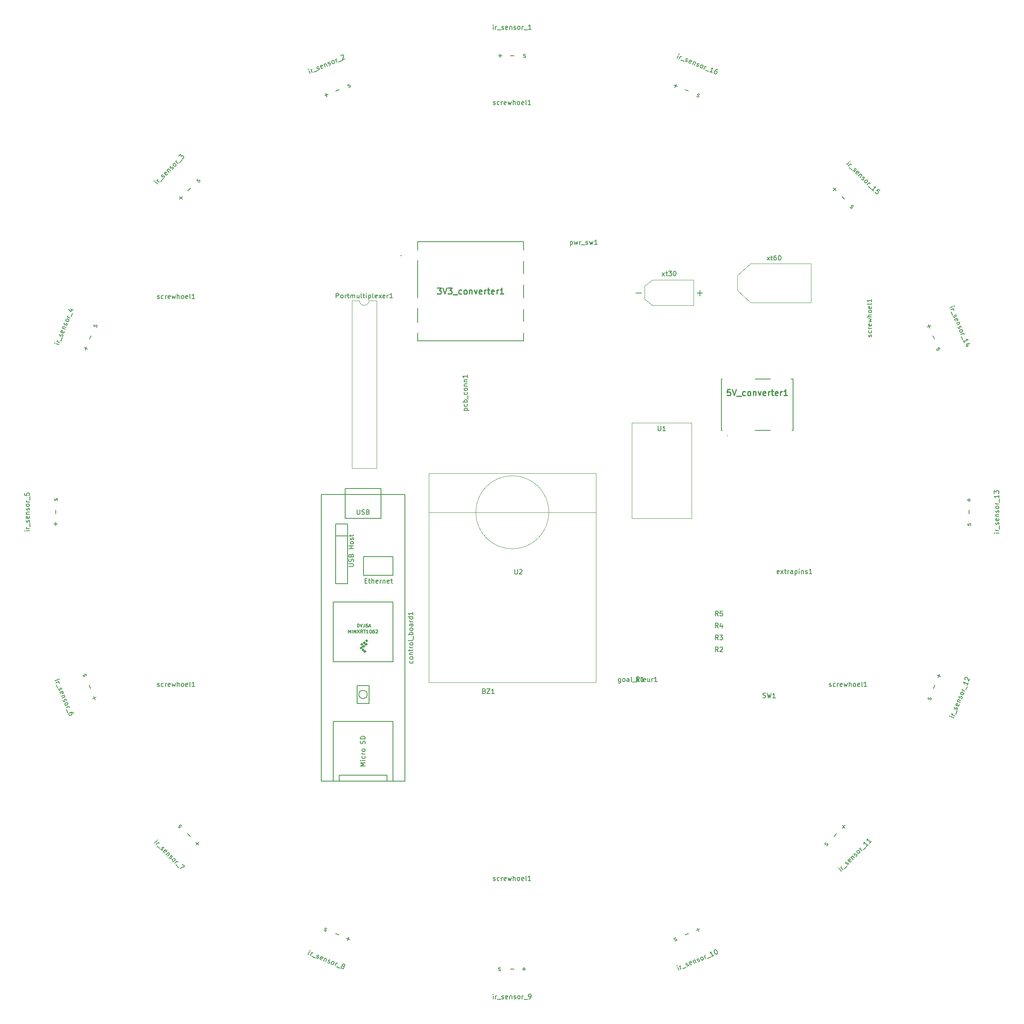
<source format=gbr>
%TF.GenerationSoftware,KiCad,Pcbnew,5.1.9+dfsg1-1+deb11u1*%
%TF.CreationDate,2024-06-24T23:42:04+02:00*%
%TF.ProjectId,pcb_boven,7063625f-626f-4766-956e-2e6b69636164,rev?*%
%TF.SameCoordinates,Original*%
%TF.FileFunction,Legend,Top*%
%TF.FilePolarity,Positive*%
%FSLAX46Y46*%
G04 Gerber Fmt 4.6, Leading zero omitted, Abs format (unit mm)*
G04 Created by KiCad (PCBNEW 5.1.9+dfsg1-1+deb11u1) date 2024-06-24 23:42:04*
%MOMM*%
%LPD*%
G01*
G04 APERTURE LIST*
%ADD10C,0.120000*%
%ADD11C,0.100000*%
%ADD12C,0.150000*%
%ADD13C,0.200000*%
%ADD14C,0.254000*%
G04 APERTURE END LIST*
D10*
%TO.C,Portmultiplexer1*%
X156828000Y-91634000D02*
X155178000Y-91634000D01*
X156828000Y-127314000D02*
X156828000Y-91634000D01*
X151528000Y-127314000D02*
X156828000Y-127314000D01*
X151528000Y-91634000D02*
X151528000Y-127314000D01*
X153178000Y-91634000D02*
X151528000Y-91634000D01*
X155178000Y-91634000D02*
G75*
G02*
X153178000Y-91634000I-1000000J0D01*
G01*
D11*
%TO.C,control_board1*%
G36*
X154231000Y-166519000D02*
G01*
X153977000Y-166265000D01*
X154358000Y-166011000D01*
X154612000Y-166265000D01*
X154231000Y-166519000D01*
G37*
X154231000Y-166519000D02*
X153977000Y-166265000D01*
X154358000Y-166011000D01*
X154612000Y-166265000D01*
X154231000Y-166519000D01*
G36*
X153850000Y-166138000D02*
G01*
X153596000Y-165884000D01*
X153977000Y-165630000D01*
X154231000Y-165884000D01*
X153850000Y-166138000D01*
G37*
X153850000Y-166138000D02*
X153596000Y-165884000D01*
X153977000Y-165630000D01*
X154231000Y-165884000D01*
X153850000Y-166138000D01*
G36*
X154612000Y-164233000D02*
G01*
X154358000Y-163979000D01*
X154739000Y-163725000D01*
X154993000Y-163979000D01*
X154612000Y-164233000D01*
G37*
X154612000Y-164233000D02*
X154358000Y-163979000D01*
X154739000Y-163725000D01*
X154993000Y-163979000D01*
X154612000Y-164233000D01*
G36*
X154104000Y-164614000D02*
G01*
X153850000Y-164360000D01*
X154231000Y-164106000D01*
X154485000Y-164360000D01*
X154104000Y-164614000D01*
G37*
X154104000Y-164614000D02*
X153850000Y-164360000D01*
X154231000Y-164106000D01*
X154485000Y-164360000D01*
X154104000Y-164614000D01*
G36*
X153596000Y-164995000D02*
G01*
X153342000Y-164741000D01*
X153723000Y-164487000D01*
X153977000Y-164741000D01*
X153596000Y-164995000D01*
G37*
X153596000Y-164995000D02*
X153342000Y-164741000D01*
X153723000Y-164487000D01*
X153977000Y-164741000D01*
X153596000Y-164995000D01*
G36*
X154485000Y-164995000D02*
G01*
X154231000Y-164741000D01*
X154612000Y-164487000D01*
X154866000Y-164741000D01*
X154485000Y-164995000D01*
G37*
X154485000Y-164995000D02*
X154231000Y-164741000D01*
X154612000Y-164487000D01*
X154866000Y-164741000D01*
X154485000Y-164995000D01*
G36*
X153977000Y-165376000D02*
G01*
X153723000Y-165122000D01*
X154104000Y-164868000D01*
X154358000Y-165122000D01*
X153977000Y-165376000D01*
G37*
X153977000Y-165376000D02*
X153723000Y-165122000D01*
X154104000Y-164868000D01*
X154358000Y-165122000D01*
X153977000Y-165376000D01*
G36*
X153469000Y-165757000D02*
G01*
X153215000Y-165503000D01*
X153596000Y-165249000D01*
X153850000Y-165503000D01*
X153469000Y-165757000D01*
G37*
X153469000Y-165757000D02*
X153215000Y-165503000D01*
X153596000Y-165249000D01*
X153850000Y-165503000D01*
X153469000Y-165757000D01*
D12*
X145034000Y-132842000D02*
X162814000Y-132842000D01*
X145034000Y-193802000D02*
X145034000Y-132842000D01*
X162814000Y-193802000D02*
X145034000Y-193802000D01*
X162814000Y-132842000D02*
X162814000Y-193802000D01*
X150114000Y-137922000D02*
X150114000Y-132842000D01*
X157734000Y-137922000D02*
X157734000Y-132842000D01*
X150114000Y-137922000D02*
X157734000Y-137922000D01*
X157734000Y-131572000D02*
X157734000Y-132842000D01*
X150114000Y-131572000D02*
X157734000Y-131572000D01*
X150114000Y-132842000D02*
X150114000Y-131572000D01*
X160274000Y-193802000D02*
X160274000Y-181102000D01*
X160274000Y-181102000D02*
X147574000Y-181102000D01*
X147574000Y-181102000D02*
X147574000Y-193802000D01*
X159004000Y-193802000D02*
X159004000Y-192532000D01*
X159004000Y-192532000D02*
X148844000Y-192532000D01*
X148844000Y-192532000D02*
X148844000Y-193802000D01*
X155194000Y-177292000D02*
X152654000Y-177292000D01*
X152654000Y-177292000D02*
X152654000Y-173482000D01*
X152654000Y-173482000D02*
X155194000Y-173482000D01*
X155194000Y-173482000D02*
X155194000Y-177292000D01*
X150624800Y-139141200D02*
X150624800Y-151841200D01*
X150624800Y-151841200D02*
X148084800Y-151841200D01*
X148084800Y-151841200D02*
X148084800Y-139141200D01*
X148084800Y-139141200D02*
X150624800Y-139141200D01*
X150624800Y-139141200D02*
X150624800Y-141681200D01*
X150624800Y-141681200D02*
X148084800Y-141681200D01*
X160025600Y-146072000D02*
X154025600Y-146072000D01*
X154025600Y-146072000D02*
X154025600Y-150072000D01*
X154025600Y-150072000D02*
X160275600Y-150072000D01*
X160275600Y-150072000D02*
X160275600Y-146072000D01*
X160275600Y-146072000D02*
X160025600Y-146072000D01*
X147574000Y-155702000D02*
X147574000Y-168402000D01*
X147574000Y-168402000D02*
X160274000Y-168402000D01*
X160274000Y-168402000D02*
X160274000Y-155702000D01*
X160274000Y-155702000D02*
X147574000Y-155702000D01*
X154822026Y-175387000D02*
G75*
G03*
X154822026Y-175387000I-898026J0D01*
G01*
D10*
%TO.C,U2*%
X193449056Y-136652000D02*
G75*
G03*
X193449056Y-136652000I-7775056J0D01*
G01*
X167894000Y-136652000D02*
X203454000Y-136652000D01*
X167894000Y-128397000D02*
X167894000Y-136652000D01*
X167894000Y-172847000D02*
X185674000Y-172847000D01*
X167894000Y-128397000D02*
X167894000Y-172847000D01*
X203454000Y-128397000D02*
X167894000Y-128397000D01*
X203454000Y-172847000D02*
X203454000Y-128397000D01*
X185674000Y-172847000D02*
X203454000Y-172847000D01*
%TO.C,xt60*%
X233494000Y-89434000D02*
X236344000Y-92034000D01*
X236344000Y-83734000D02*
X233494000Y-86284000D01*
X249194000Y-92034000D02*
X249194000Y-83734000D01*
X236344000Y-92034000D02*
X249194000Y-92034000D01*
X233494000Y-86284000D02*
X233494000Y-89434000D01*
X249194000Y-83734000D02*
X236344000Y-83734000D01*
%TO.C,xt30*%
X213825000Y-88506000D02*
X213825000Y-91326000D01*
X213825000Y-91326000D02*
X215525000Y-92626000D01*
X213825000Y-88506000D02*
X215525000Y-87206000D01*
X215525000Y-92626000D02*
X224245000Y-92626000D01*
X224245000Y-87206000D02*
X224245000Y-92626000D01*
X215525000Y-87206000D02*
X224245000Y-87206000D01*
D11*
%TO.C,5V_converter1*%
X231394000Y-120392000D02*
X231394000Y-120392000D01*
X231394000Y-120292000D02*
X231394000Y-120292000D01*
D13*
X230344000Y-119242000D02*
X230124000Y-119242000D01*
X230124000Y-119242000D02*
X230124000Y-108342000D01*
X230124000Y-108342000D02*
X230344000Y-108342000D01*
X237344000Y-108342000D02*
X240544000Y-108342000D01*
X237344000Y-119242000D02*
X240544000Y-119242000D01*
X245144000Y-119242000D02*
X245364000Y-119242000D01*
X245364000Y-119242000D02*
X245364000Y-108342000D01*
X245364000Y-108342000D02*
X244944000Y-108342000D01*
D11*
X231394000Y-120292000D02*
G75*
G02*
X231394000Y-120392000I0J-50000D01*
G01*
X231394000Y-120392000D02*
G75*
G02*
X231394000Y-120292000I0J50000D01*
G01*
D13*
%TO.C,3V3_converter1*%
X165504000Y-83062000D02*
X165504000Y-83062000D01*
X165504000Y-83062000D02*
X165504000Y-91062000D01*
X165504000Y-91062000D02*
X165504000Y-91062000D01*
X165504000Y-91062000D02*
X165504000Y-83062000D01*
X165504000Y-93262000D02*
X165504000Y-93262000D01*
X165504000Y-93262000D02*
X165504000Y-96262000D01*
X165504000Y-96262000D02*
X165504000Y-96262000D01*
X165504000Y-96262000D02*
X165504000Y-93262000D01*
X165504000Y-98462000D02*
X165504000Y-98462000D01*
X165504000Y-98462000D02*
X165504000Y-100212000D01*
X165504000Y-100212000D02*
X165504000Y-100212000D01*
X165504000Y-100212000D02*
X165504000Y-98462000D01*
X165504000Y-100212000D02*
X188064000Y-100212000D01*
X188064000Y-100212000D02*
X188064000Y-100212000D01*
X188064000Y-100212000D02*
X165504000Y-100212000D01*
X165504000Y-100212000D02*
X165504000Y-100212000D01*
X188064000Y-100212000D02*
X188064000Y-100212000D01*
X188064000Y-100212000D02*
X188064000Y-98462000D01*
X188064000Y-98462000D02*
X188064000Y-98462000D01*
X188064000Y-98462000D02*
X188064000Y-100212000D01*
X188064000Y-96062000D02*
X188064000Y-96062000D01*
X188064000Y-96062000D02*
X188064000Y-93462000D01*
X188064000Y-93462000D02*
X188064000Y-93462000D01*
X188064000Y-93462000D02*
X188064000Y-96062000D01*
X188064000Y-91062000D02*
X188064000Y-91062000D01*
X188064000Y-91062000D02*
X188064000Y-88262000D01*
X188064000Y-88262000D02*
X188064000Y-88262000D01*
X188064000Y-88262000D02*
X188064000Y-91062000D01*
X188064000Y-85862000D02*
X188064000Y-85862000D01*
X188064000Y-85862000D02*
X188064000Y-83262000D01*
X188064000Y-83262000D02*
X188064000Y-83262000D01*
X188064000Y-83262000D02*
X188064000Y-85862000D01*
X188064000Y-80862000D02*
X188064000Y-80862000D01*
X188064000Y-80862000D02*
X188064000Y-79112000D01*
X188064000Y-79112000D02*
X188064000Y-79112000D01*
X188064000Y-79112000D02*
X188064000Y-80862000D01*
X188064000Y-79112000D02*
X165504000Y-79112000D01*
X165504000Y-79112000D02*
X165504000Y-79112000D01*
X165504000Y-79112000D02*
X188064000Y-79112000D01*
X188064000Y-79112000D02*
X188064000Y-79112000D01*
X165504000Y-79112000D02*
X165504000Y-79112000D01*
X165504000Y-79112000D02*
X165504000Y-80862000D01*
X165504000Y-80862000D02*
X165504000Y-80862000D01*
X165504000Y-80862000D02*
X165504000Y-79112000D01*
X161984000Y-82042000D02*
X161984000Y-82042000D01*
X162084000Y-82042000D02*
X162084000Y-82042000D01*
X161984000Y-82042000D02*
X161984000Y-82042000D01*
X162084000Y-82042000D02*
G75*
G02*
X161984000Y-82042000I-50000J0D01*
G01*
X161984000Y-82042000D02*
G75*
G02*
X162084000Y-82042000I50000J0D01*
G01*
X162084000Y-82042000D02*
G75*
G02*
X161984000Y-82042000I-50000J0D01*
G01*
D10*
%TO.C,U1*%
X211074000Y-117602000D02*
X211074000Y-137922000D01*
X223774000Y-117602000D02*
X211074000Y-117602000D01*
X223774000Y-137922000D02*
X223774000Y-117602000D01*
X211074000Y-137922000D02*
X223774000Y-137922000D01*
X217424000Y-137922000D02*
X211074000Y-137922000D01*
%TO.C,SW1*%
D12*
X238950666Y-176053761D02*
X239093523Y-176101380D01*
X239331619Y-176101380D01*
X239426857Y-176053761D01*
X239474476Y-176006142D01*
X239522095Y-175910904D01*
X239522095Y-175815666D01*
X239474476Y-175720428D01*
X239426857Y-175672809D01*
X239331619Y-175625190D01*
X239141142Y-175577571D01*
X239045904Y-175529952D01*
X238998285Y-175482333D01*
X238950666Y-175387095D01*
X238950666Y-175291857D01*
X238998285Y-175196619D01*
X239045904Y-175149000D01*
X239141142Y-175101380D01*
X239379238Y-175101380D01*
X239522095Y-175149000D01*
X239855428Y-175101380D02*
X240093523Y-176101380D01*
X240284000Y-175387095D01*
X240474476Y-176101380D01*
X240712571Y-175101380D01*
X241617333Y-176101380D02*
X241045904Y-176101380D01*
X241331619Y-176101380D02*
X241331619Y-175101380D01*
X241236380Y-175244238D01*
X241141142Y-175339476D01*
X241045904Y-175387095D01*
%TO.C,R5*%
X229449333Y-158694380D02*
X229116000Y-158218190D01*
X228877904Y-158694380D02*
X228877904Y-157694380D01*
X229258857Y-157694380D01*
X229354095Y-157742000D01*
X229401714Y-157789619D01*
X229449333Y-157884857D01*
X229449333Y-158027714D01*
X229401714Y-158122952D01*
X229354095Y-158170571D01*
X229258857Y-158218190D01*
X228877904Y-158218190D01*
X230354095Y-157694380D02*
X229877904Y-157694380D01*
X229830285Y-158170571D01*
X229877904Y-158122952D01*
X229973142Y-158075333D01*
X230211238Y-158075333D01*
X230306476Y-158122952D01*
X230354095Y-158170571D01*
X230401714Y-158265809D01*
X230401714Y-158503904D01*
X230354095Y-158599142D01*
X230306476Y-158646761D01*
X230211238Y-158694380D01*
X229973142Y-158694380D01*
X229877904Y-158646761D01*
X229830285Y-158599142D01*
%TO.C,R4*%
X229449333Y-161234380D02*
X229116000Y-160758190D01*
X228877904Y-161234380D02*
X228877904Y-160234380D01*
X229258857Y-160234380D01*
X229354095Y-160282000D01*
X229401714Y-160329619D01*
X229449333Y-160424857D01*
X229449333Y-160567714D01*
X229401714Y-160662952D01*
X229354095Y-160710571D01*
X229258857Y-160758190D01*
X228877904Y-160758190D01*
X230306476Y-160567714D02*
X230306476Y-161234380D01*
X230068380Y-160186761D02*
X229830285Y-160901047D01*
X230449333Y-160901047D01*
%TO.C,R3*%
X229449333Y-163774380D02*
X229116000Y-163298190D01*
X228877904Y-163774380D02*
X228877904Y-162774380D01*
X229258857Y-162774380D01*
X229354095Y-162822000D01*
X229401714Y-162869619D01*
X229449333Y-162964857D01*
X229449333Y-163107714D01*
X229401714Y-163202952D01*
X229354095Y-163250571D01*
X229258857Y-163298190D01*
X228877904Y-163298190D01*
X229782666Y-162774380D02*
X230401714Y-162774380D01*
X230068380Y-163155333D01*
X230211238Y-163155333D01*
X230306476Y-163202952D01*
X230354095Y-163250571D01*
X230401714Y-163345809D01*
X230401714Y-163583904D01*
X230354095Y-163679142D01*
X230306476Y-163726761D01*
X230211238Y-163774380D01*
X229925523Y-163774380D01*
X229830285Y-163726761D01*
X229782666Y-163679142D01*
%TO.C,R2*%
X229449333Y-166314380D02*
X229116000Y-165838190D01*
X228877904Y-166314380D02*
X228877904Y-165314380D01*
X229258857Y-165314380D01*
X229354095Y-165362000D01*
X229401714Y-165409619D01*
X229449333Y-165504857D01*
X229449333Y-165647714D01*
X229401714Y-165742952D01*
X229354095Y-165790571D01*
X229258857Y-165838190D01*
X228877904Y-165838190D01*
X229830285Y-165409619D02*
X229877904Y-165362000D01*
X229973142Y-165314380D01*
X230211238Y-165314380D01*
X230306476Y-165362000D01*
X230354095Y-165409619D01*
X230401714Y-165504857D01*
X230401714Y-165600095D01*
X230354095Y-165742952D01*
X229782666Y-166314380D01*
X230401714Y-166314380D01*
%TO.C,R1*%
X212685333Y-172664380D02*
X212352000Y-172188190D01*
X212113904Y-172664380D02*
X212113904Y-171664380D01*
X212494857Y-171664380D01*
X212590095Y-171712000D01*
X212637714Y-171759619D01*
X212685333Y-171854857D01*
X212685333Y-171997714D01*
X212637714Y-172092952D01*
X212590095Y-172140571D01*
X212494857Y-172188190D01*
X212113904Y-172188190D01*
X213637714Y-172664380D02*
X213066285Y-172664380D01*
X213352000Y-172664380D02*
X213352000Y-171664380D01*
X213256761Y-171807238D01*
X213161523Y-171902476D01*
X213066285Y-171950095D01*
%TO.C,pwr_sw1*%
X198017166Y-79033714D02*
X198017166Y-80033714D01*
X198017166Y-79081333D02*
X198112404Y-79033714D01*
X198302880Y-79033714D01*
X198398119Y-79081333D01*
X198445738Y-79128952D01*
X198493357Y-79224190D01*
X198493357Y-79509904D01*
X198445738Y-79605142D01*
X198398119Y-79652761D01*
X198302880Y-79700380D01*
X198112404Y-79700380D01*
X198017166Y-79652761D01*
X198826690Y-79033714D02*
X199017166Y-79700380D01*
X199207642Y-79224190D01*
X199398119Y-79700380D01*
X199588595Y-79033714D01*
X199969547Y-79700380D02*
X199969547Y-79033714D01*
X199969547Y-79224190D02*
X200017166Y-79128952D01*
X200064785Y-79081333D01*
X200160023Y-79033714D01*
X200255261Y-79033714D01*
X200350500Y-79795619D02*
X201112404Y-79795619D01*
X201302880Y-79652761D02*
X201398119Y-79700380D01*
X201588595Y-79700380D01*
X201683833Y-79652761D01*
X201731452Y-79557523D01*
X201731452Y-79509904D01*
X201683833Y-79414666D01*
X201588595Y-79367047D01*
X201445738Y-79367047D01*
X201350500Y-79319428D01*
X201302880Y-79224190D01*
X201302880Y-79176571D01*
X201350500Y-79081333D01*
X201445738Y-79033714D01*
X201588595Y-79033714D01*
X201683833Y-79081333D01*
X202064785Y-79033714D02*
X202255261Y-79700380D01*
X202445738Y-79224190D01*
X202636214Y-79700380D01*
X202826690Y-79033714D01*
X203731452Y-79700380D02*
X203160023Y-79700380D01*
X203445738Y-79700380D02*
X203445738Y-78700380D01*
X203350500Y-78843238D01*
X203255261Y-78938476D01*
X203160023Y-78986095D01*
%TO.C,extrapins1*%
X242395785Y-149637761D02*
X242300547Y-149685380D01*
X242110071Y-149685380D01*
X242014833Y-149637761D01*
X241967214Y-149542523D01*
X241967214Y-149161571D01*
X242014833Y-149066333D01*
X242110071Y-149018714D01*
X242300547Y-149018714D01*
X242395785Y-149066333D01*
X242443404Y-149161571D01*
X242443404Y-149256809D01*
X241967214Y-149352047D01*
X242776738Y-149685380D02*
X243300547Y-149018714D01*
X242776738Y-149018714D02*
X243300547Y-149685380D01*
X243538642Y-149018714D02*
X243919595Y-149018714D01*
X243681500Y-148685380D02*
X243681500Y-149542523D01*
X243729119Y-149637761D01*
X243824357Y-149685380D01*
X243919595Y-149685380D01*
X244252928Y-149685380D02*
X244252928Y-149018714D01*
X244252928Y-149209190D02*
X244300547Y-149113952D01*
X244348166Y-149066333D01*
X244443404Y-149018714D01*
X244538642Y-149018714D01*
X245300547Y-149685380D02*
X245300547Y-149161571D01*
X245252928Y-149066333D01*
X245157690Y-149018714D01*
X244967214Y-149018714D01*
X244871976Y-149066333D01*
X245300547Y-149637761D02*
X245205309Y-149685380D01*
X244967214Y-149685380D01*
X244871976Y-149637761D01*
X244824357Y-149542523D01*
X244824357Y-149447285D01*
X244871976Y-149352047D01*
X244967214Y-149304428D01*
X245205309Y-149304428D01*
X245300547Y-149256809D01*
X245776738Y-149018714D02*
X245776738Y-150018714D01*
X245776738Y-149066333D02*
X245871976Y-149018714D01*
X246062452Y-149018714D01*
X246157690Y-149066333D01*
X246205309Y-149113952D01*
X246252928Y-149209190D01*
X246252928Y-149494904D01*
X246205309Y-149590142D01*
X246157690Y-149637761D01*
X246062452Y-149685380D01*
X245871976Y-149685380D01*
X245776738Y-149637761D01*
X246681500Y-149685380D02*
X246681500Y-149018714D01*
X246681500Y-148685380D02*
X246633880Y-148733000D01*
X246681500Y-148780619D01*
X246729119Y-148733000D01*
X246681500Y-148685380D01*
X246681500Y-148780619D01*
X247157690Y-149018714D02*
X247157690Y-149685380D01*
X247157690Y-149113952D02*
X247205309Y-149066333D01*
X247300547Y-149018714D01*
X247443404Y-149018714D01*
X247538642Y-149066333D01*
X247586261Y-149161571D01*
X247586261Y-149685380D01*
X248014833Y-149637761D02*
X248110071Y-149685380D01*
X248300547Y-149685380D01*
X248395785Y-149637761D01*
X248443404Y-149542523D01*
X248443404Y-149494904D01*
X248395785Y-149399666D01*
X248300547Y-149352047D01*
X248157690Y-149352047D01*
X248062452Y-149304428D01*
X248014833Y-149209190D01*
X248014833Y-149161571D01*
X248062452Y-149066333D01*
X248157690Y-149018714D01*
X248300547Y-149018714D01*
X248395785Y-149066333D01*
X249395785Y-149685380D02*
X248824357Y-149685380D01*
X249110071Y-149685380D02*
X249110071Y-148685380D01*
X249014833Y-148828238D01*
X248919595Y-148923476D01*
X248824357Y-148971095D01*
%TO.C,screwhoel1*%
X181634309Y-214913261D02*
X181729547Y-214960880D01*
X181920023Y-214960880D01*
X182015261Y-214913261D01*
X182062880Y-214818023D01*
X182062880Y-214770404D01*
X182015261Y-214675166D01*
X181920023Y-214627547D01*
X181777166Y-214627547D01*
X181681928Y-214579928D01*
X181634309Y-214484690D01*
X181634309Y-214437071D01*
X181681928Y-214341833D01*
X181777166Y-214294214D01*
X181920023Y-214294214D01*
X182015261Y-214341833D01*
X182920023Y-214913261D02*
X182824785Y-214960880D01*
X182634309Y-214960880D01*
X182539071Y-214913261D01*
X182491452Y-214865642D01*
X182443833Y-214770404D01*
X182443833Y-214484690D01*
X182491452Y-214389452D01*
X182539071Y-214341833D01*
X182634309Y-214294214D01*
X182824785Y-214294214D01*
X182920023Y-214341833D01*
X183348595Y-214960880D02*
X183348595Y-214294214D01*
X183348595Y-214484690D02*
X183396214Y-214389452D01*
X183443833Y-214341833D01*
X183539071Y-214294214D01*
X183634309Y-214294214D01*
X184348595Y-214913261D02*
X184253357Y-214960880D01*
X184062880Y-214960880D01*
X183967642Y-214913261D01*
X183920023Y-214818023D01*
X183920023Y-214437071D01*
X183967642Y-214341833D01*
X184062880Y-214294214D01*
X184253357Y-214294214D01*
X184348595Y-214341833D01*
X184396214Y-214437071D01*
X184396214Y-214532309D01*
X183920023Y-214627547D01*
X184729547Y-214294214D02*
X184920023Y-214960880D01*
X185110500Y-214484690D01*
X185300976Y-214960880D01*
X185491452Y-214294214D01*
X185872404Y-214960880D02*
X185872404Y-213960880D01*
X186300976Y-214960880D02*
X186300976Y-214437071D01*
X186253357Y-214341833D01*
X186158119Y-214294214D01*
X186015261Y-214294214D01*
X185920023Y-214341833D01*
X185872404Y-214389452D01*
X186920023Y-214960880D02*
X186824785Y-214913261D01*
X186777166Y-214865642D01*
X186729547Y-214770404D01*
X186729547Y-214484690D01*
X186777166Y-214389452D01*
X186824785Y-214341833D01*
X186920023Y-214294214D01*
X187062880Y-214294214D01*
X187158119Y-214341833D01*
X187205738Y-214389452D01*
X187253357Y-214484690D01*
X187253357Y-214770404D01*
X187205738Y-214865642D01*
X187158119Y-214913261D01*
X187062880Y-214960880D01*
X186920023Y-214960880D01*
X188062880Y-214913261D02*
X187967642Y-214960880D01*
X187777166Y-214960880D01*
X187681928Y-214913261D01*
X187634309Y-214818023D01*
X187634309Y-214437071D01*
X187681928Y-214341833D01*
X187777166Y-214294214D01*
X187967642Y-214294214D01*
X188062880Y-214341833D01*
X188110500Y-214437071D01*
X188110500Y-214532309D01*
X187634309Y-214627547D01*
X188681928Y-214960880D02*
X188586690Y-214913261D01*
X188539071Y-214818023D01*
X188539071Y-213960880D01*
X189586690Y-214960880D02*
X189015261Y-214960880D01*
X189300976Y-214960880D02*
X189300976Y-213960880D01*
X189205738Y-214103738D01*
X189110500Y-214198976D01*
X189015261Y-214246595D01*
X110187214Y-173663260D02*
X110282452Y-173710879D01*
X110472928Y-173710879D01*
X110568166Y-173663260D01*
X110615785Y-173568022D01*
X110615785Y-173520403D01*
X110568166Y-173425165D01*
X110472928Y-173377546D01*
X110330071Y-173377546D01*
X110234833Y-173329927D01*
X110187214Y-173234689D01*
X110187214Y-173187070D01*
X110234833Y-173091832D01*
X110330071Y-173044213D01*
X110472928Y-173044213D01*
X110568166Y-173091832D01*
X111472928Y-173663260D02*
X111377690Y-173710879D01*
X111187214Y-173710879D01*
X111091976Y-173663260D01*
X111044357Y-173615641D01*
X110996738Y-173520403D01*
X110996738Y-173234689D01*
X111044357Y-173139451D01*
X111091976Y-173091832D01*
X111187214Y-173044213D01*
X111377690Y-173044213D01*
X111472928Y-173091832D01*
X111901500Y-173710879D02*
X111901500Y-173044213D01*
X111901500Y-173234689D02*
X111949119Y-173139451D01*
X111996738Y-173091832D01*
X112091976Y-173044213D01*
X112187214Y-173044213D01*
X112901500Y-173663260D02*
X112806262Y-173710879D01*
X112615785Y-173710879D01*
X112520547Y-173663260D01*
X112472928Y-173568022D01*
X112472928Y-173187070D01*
X112520547Y-173091832D01*
X112615785Y-173044213D01*
X112806262Y-173044213D01*
X112901500Y-173091832D01*
X112949119Y-173187070D01*
X112949119Y-173282308D01*
X112472928Y-173377546D01*
X113282452Y-173044213D02*
X113472928Y-173710879D01*
X113663405Y-173234689D01*
X113853881Y-173710879D01*
X114044357Y-173044213D01*
X114425309Y-173710879D02*
X114425309Y-172710879D01*
X114853881Y-173710879D02*
X114853881Y-173187070D01*
X114806262Y-173091832D01*
X114711024Y-173044213D01*
X114568166Y-173044213D01*
X114472928Y-173091832D01*
X114425309Y-173139451D01*
X115472928Y-173710879D02*
X115377690Y-173663260D01*
X115330071Y-173615641D01*
X115282452Y-173520403D01*
X115282452Y-173234689D01*
X115330071Y-173139451D01*
X115377690Y-173091832D01*
X115472928Y-173044213D01*
X115615785Y-173044213D01*
X115711024Y-173091832D01*
X115758643Y-173139451D01*
X115806262Y-173234689D01*
X115806262Y-173520403D01*
X115758643Y-173615641D01*
X115711024Y-173663260D01*
X115615785Y-173710879D01*
X115472928Y-173710879D01*
X116615785Y-173663260D02*
X116520547Y-173710879D01*
X116330071Y-173710879D01*
X116234833Y-173663260D01*
X116187214Y-173568022D01*
X116187214Y-173187070D01*
X116234833Y-173091832D01*
X116330071Y-173044213D01*
X116520547Y-173044213D01*
X116615785Y-173091832D01*
X116663405Y-173187070D01*
X116663405Y-173282308D01*
X116187214Y-173377546D01*
X117234833Y-173710879D02*
X117139595Y-173663260D01*
X117091976Y-173568022D01*
X117091976Y-172710879D01*
X118139595Y-173710879D02*
X117568166Y-173710879D01*
X117853881Y-173710879D02*
X117853881Y-172710879D01*
X117758643Y-172853737D01*
X117663405Y-172948975D01*
X117568166Y-172996594D01*
X181634309Y-49913261D02*
X181729547Y-49960880D01*
X181920023Y-49960880D01*
X182015261Y-49913261D01*
X182062880Y-49818023D01*
X182062880Y-49770404D01*
X182015261Y-49675166D01*
X181920023Y-49627547D01*
X181777166Y-49627547D01*
X181681928Y-49579928D01*
X181634309Y-49484690D01*
X181634309Y-49437071D01*
X181681928Y-49341833D01*
X181777166Y-49294214D01*
X181920023Y-49294214D01*
X182015261Y-49341833D01*
X182920023Y-49913261D02*
X182824785Y-49960880D01*
X182634309Y-49960880D01*
X182539071Y-49913261D01*
X182491452Y-49865642D01*
X182443833Y-49770404D01*
X182443833Y-49484690D01*
X182491452Y-49389452D01*
X182539071Y-49341833D01*
X182634309Y-49294214D01*
X182824785Y-49294214D01*
X182920023Y-49341833D01*
X183348595Y-49960880D02*
X183348595Y-49294214D01*
X183348595Y-49484690D02*
X183396214Y-49389452D01*
X183443833Y-49341833D01*
X183539071Y-49294214D01*
X183634309Y-49294214D01*
X184348595Y-49913261D02*
X184253357Y-49960880D01*
X184062880Y-49960880D01*
X183967642Y-49913261D01*
X183920023Y-49818023D01*
X183920023Y-49437071D01*
X183967642Y-49341833D01*
X184062880Y-49294214D01*
X184253357Y-49294214D01*
X184348595Y-49341833D01*
X184396214Y-49437071D01*
X184396214Y-49532309D01*
X183920023Y-49627547D01*
X184729547Y-49294214D02*
X184920023Y-49960880D01*
X185110500Y-49484690D01*
X185300976Y-49960880D01*
X185491452Y-49294214D01*
X185872404Y-49960880D02*
X185872404Y-48960880D01*
X186300976Y-49960880D02*
X186300976Y-49437071D01*
X186253357Y-49341833D01*
X186158119Y-49294214D01*
X186015261Y-49294214D01*
X185920023Y-49341833D01*
X185872404Y-49389452D01*
X186920023Y-49960880D02*
X186824785Y-49913261D01*
X186777166Y-49865642D01*
X186729547Y-49770404D01*
X186729547Y-49484690D01*
X186777166Y-49389452D01*
X186824785Y-49341833D01*
X186920023Y-49294214D01*
X187062880Y-49294214D01*
X187158119Y-49341833D01*
X187205738Y-49389452D01*
X187253357Y-49484690D01*
X187253357Y-49770404D01*
X187205738Y-49865642D01*
X187158119Y-49913261D01*
X187062880Y-49960880D01*
X186920023Y-49960880D01*
X188062880Y-49913261D02*
X187967642Y-49960880D01*
X187777166Y-49960880D01*
X187681928Y-49913261D01*
X187634309Y-49818023D01*
X187634309Y-49437071D01*
X187681928Y-49341833D01*
X187777166Y-49294214D01*
X187967642Y-49294214D01*
X188062880Y-49341833D01*
X188110500Y-49437071D01*
X188110500Y-49532309D01*
X187634309Y-49627547D01*
X188681928Y-49960880D02*
X188586690Y-49913261D01*
X188539071Y-49818023D01*
X188539071Y-48960880D01*
X189586690Y-49960880D02*
X189015261Y-49960880D01*
X189300976Y-49960880D02*
X189300976Y-48960880D01*
X189205738Y-49103738D01*
X189110500Y-49198976D01*
X189015261Y-49246595D01*
X262042356Y-99314691D02*
X262089975Y-99219453D01*
X262089975Y-99028977D01*
X262042356Y-98933739D01*
X261947118Y-98886120D01*
X261899499Y-98886120D01*
X261804261Y-98933739D01*
X261756642Y-99028977D01*
X261756642Y-99171834D01*
X261709023Y-99267072D01*
X261613785Y-99314691D01*
X261566166Y-99314691D01*
X261470928Y-99267072D01*
X261423309Y-99171834D01*
X261423309Y-99028977D01*
X261470928Y-98933739D01*
X262042356Y-98028977D02*
X262089975Y-98124215D01*
X262089975Y-98314691D01*
X262042356Y-98409929D01*
X261994737Y-98457548D01*
X261899499Y-98505167D01*
X261613785Y-98505167D01*
X261518547Y-98457548D01*
X261470928Y-98409929D01*
X261423309Y-98314691D01*
X261423309Y-98124215D01*
X261470928Y-98028977D01*
X262089975Y-97600405D02*
X261423309Y-97600405D01*
X261613785Y-97600405D02*
X261518547Y-97552786D01*
X261470928Y-97505167D01*
X261423309Y-97409929D01*
X261423309Y-97314691D01*
X262042356Y-96600405D02*
X262089975Y-96695643D01*
X262089975Y-96886120D01*
X262042356Y-96981358D01*
X261947118Y-97028977D01*
X261566166Y-97028977D01*
X261470928Y-96981358D01*
X261423309Y-96886120D01*
X261423309Y-96695643D01*
X261470928Y-96600405D01*
X261566166Y-96552786D01*
X261661404Y-96552786D01*
X261756642Y-97028977D01*
X261423309Y-96219453D02*
X262089975Y-96028977D01*
X261613785Y-95838501D01*
X262089975Y-95648024D01*
X261423309Y-95457548D01*
X262089975Y-95076596D02*
X261089975Y-95076596D01*
X262089975Y-94648024D02*
X261566166Y-94648024D01*
X261470928Y-94695643D01*
X261423309Y-94790881D01*
X261423309Y-94933739D01*
X261470928Y-95028977D01*
X261518547Y-95076596D01*
X262089975Y-94028977D02*
X262042356Y-94124215D01*
X261994737Y-94171834D01*
X261899499Y-94219453D01*
X261613785Y-94219453D01*
X261518547Y-94171834D01*
X261470928Y-94124215D01*
X261423309Y-94028977D01*
X261423309Y-93886120D01*
X261470928Y-93790881D01*
X261518547Y-93743262D01*
X261613785Y-93695643D01*
X261899499Y-93695643D01*
X261994737Y-93743262D01*
X262042356Y-93790881D01*
X262089975Y-93886120D01*
X262089975Y-94028977D01*
X262042356Y-92886120D02*
X262089975Y-92981358D01*
X262089975Y-93171834D01*
X262042356Y-93267072D01*
X261947118Y-93314691D01*
X261566166Y-93314691D01*
X261470928Y-93267072D01*
X261423309Y-93171834D01*
X261423309Y-92981358D01*
X261470928Y-92886120D01*
X261566166Y-92838501D01*
X261661404Y-92838501D01*
X261756642Y-93314691D01*
X262089975Y-92267072D02*
X262042356Y-92362310D01*
X261947118Y-92409929D01*
X261089975Y-92409929D01*
X262089975Y-91362310D02*
X262089975Y-91933739D01*
X262089975Y-91648024D02*
X261089975Y-91648024D01*
X261232833Y-91743262D01*
X261328071Y-91838501D01*
X261375690Y-91933739D01*
X253081404Y-173663260D02*
X253176642Y-173710879D01*
X253367118Y-173710879D01*
X253462356Y-173663260D01*
X253509975Y-173568022D01*
X253509975Y-173520403D01*
X253462356Y-173425165D01*
X253367118Y-173377546D01*
X253224261Y-173377546D01*
X253129023Y-173329927D01*
X253081404Y-173234689D01*
X253081404Y-173187070D01*
X253129023Y-173091832D01*
X253224261Y-173044213D01*
X253367118Y-173044213D01*
X253462356Y-173091832D01*
X254367118Y-173663260D02*
X254271880Y-173710879D01*
X254081404Y-173710879D01*
X253986166Y-173663260D01*
X253938547Y-173615641D01*
X253890928Y-173520403D01*
X253890928Y-173234689D01*
X253938547Y-173139451D01*
X253986166Y-173091832D01*
X254081404Y-173044213D01*
X254271880Y-173044213D01*
X254367118Y-173091832D01*
X254795690Y-173710879D02*
X254795690Y-173044213D01*
X254795690Y-173234689D02*
X254843309Y-173139451D01*
X254890928Y-173091832D01*
X254986166Y-173044213D01*
X255081404Y-173044213D01*
X255795690Y-173663260D02*
X255700452Y-173710879D01*
X255509975Y-173710879D01*
X255414737Y-173663260D01*
X255367118Y-173568022D01*
X255367118Y-173187070D01*
X255414737Y-173091832D01*
X255509975Y-173044213D01*
X255700452Y-173044213D01*
X255795690Y-173091832D01*
X255843309Y-173187070D01*
X255843309Y-173282308D01*
X255367118Y-173377546D01*
X256176642Y-173044213D02*
X256367118Y-173710879D01*
X256557595Y-173234689D01*
X256748071Y-173710879D01*
X256938547Y-173044213D01*
X257319499Y-173710879D02*
X257319499Y-172710879D01*
X257748071Y-173710879D02*
X257748071Y-173187070D01*
X257700452Y-173091832D01*
X257605214Y-173044213D01*
X257462356Y-173044213D01*
X257367118Y-173091832D01*
X257319499Y-173139451D01*
X258367118Y-173710879D02*
X258271880Y-173663260D01*
X258224261Y-173615641D01*
X258176642Y-173520403D01*
X258176642Y-173234689D01*
X258224261Y-173139451D01*
X258271880Y-173091832D01*
X258367118Y-173044213D01*
X258509975Y-173044213D01*
X258605214Y-173091832D01*
X258652833Y-173139451D01*
X258700452Y-173234689D01*
X258700452Y-173520403D01*
X258652833Y-173615641D01*
X258605214Y-173663260D01*
X258509975Y-173710879D01*
X258367118Y-173710879D01*
X259509975Y-173663260D02*
X259414737Y-173710879D01*
X259224261Y-173710879D01*
X259129023Y-173663260D01*
X259081404Y-173568022D01*
X259081404Y-173187070D01*
X259129023Y-173091832D01*
X259224261Y-173044213D01*
X259414737Y-173044213D01*
X259509975Y-173091832D01*
X259557595Y-173187070D01*
X259557595Y-173282308D01*
X259081404Y-173377546D01*
X260129023Y-173710879D02*
X260033785Y-173663260D01*
X259986166Y-173568022D01*
X259986166Y-172710879D01*
X261033785Y-173710879D02*
X260462356Y-173710879D01*
X260748071Y-173710879D02*
X260748071Y-172710879D01*
X260652833Y-172853737D01*
X260557595Y-172948975D01*
X260462356Y-172996594D01*
X110187214Y-91163262D02*
X110282452Y-91210881D01*
X110472928Y-91210881D01*
X110568166Y-91163262D01*
X110615785Y-91068024D01*
X110615785Y-91020405D01*
X110568166Y-90925167D01*
X110472928Y-90877548D01*
X110330071Y-90877548D01*
X110234833Y-90829929D01*
X110187214Y-90734691D01*
X110187214Y-90687072D01*
X110234833Y-90591834D01*
X110330071Y-90544215D01*
X110472928Y-90544215D01*
X110568166Y-90591834D01*
X111472928Y-91163262D02*
X111377690Y-91210881D01*
X111187214Y-91210881D01*
X111091976Y-91163262D01*
X111044357Y-91115643D01*
X110996738Y-91020405D01*
X110996738Y-90734691D01*
X111044357Y-90639453D01*
X111091976Y-90591834D01*
X111187214Y-90544215D01*
X111377690Y-90544215D01*
X111472928Y-90591834D01*
X111901500Y-91210881D02*
X111901500Y-90544215D01*
X111901500Y-90734691D02*
X111949119Y-90639453D01*
X111996738Y-90591834D01*
X112091976Y-90544215D01*
X112187214Y-90544215D01*
X112901500Y-91163262D02*
X112806262Y-91210881D01*
X112615785Y-91210881D01*
X112520547Y-91163262D01*
X112472928Y-91068024D01*
X112472928Y-90687072D01*
X112520547Y-90591834D01*
X112615785Y-90544215D01*
X112806262Y-90544215D01*
X112901500Y-90591834D01*
X112949119Y-90687072D01*
X112949119Y-90782310D01*
X112472928Y-90877548D01*
X113282452Y-90544215D02*
X113472928Y-91210881D01*
X113663405Y-90734691D01*
X113853881Y-91210881D01*
X114044357Y-90544215D01*
X114425309Y-91210881D02*
X114425309Y-90210881D01*
X114853881Y-91210881D02*
X114853881Y-90687072D01*
X114806262Y-90591834D01*
X114711024Y-90544215D01*
X114568166Y-90544215D01*
X114472928Y-90591834D01*
X114425309Y-90639453D01*
X115472928Y-91210881D02*
X115377690Y-91163262D01*
X115330071Y-91115643D01*
X115282452Y-91020405D01*
X115282452Y-90734691D01*
X115330071Y-90639453D01*
X115377690Y-90591834D01*
X115472928Y-90544215D01*
X115615785Y-90544215D01*
X115711024Y-90591834D01*
X115758643Y-90639453D01*
X115806262Y-90734691D01*
X115806262Y-91020405D01*
X115758643Y-91115643D01*
X115711024Y-91163262D01*
X115615785Y-91210881D01*
X115472928Y-91210881D01*
X116615785Y-91163262D02*
X116520547Y-91210881D01*
X116330071Y-91210881D01*
X116234833Y-91163262D01*
X116187214Y-91068024D01*
X116187214Y-90687072D01*
X116234833Y-90591834D01*
X116330071Y-90544215D01*
X116520547Y-90544215D01*
X116615785Y-90591834D01*
X116663405Y-90687072D01*
X116663405Y-90782310D01*
X116187214Y-90877548D01*
X117234833Y-91210881D02*
X117139595Y-91163262D01*
X117091976Y-91068024D01*
X117091976Y-90210881D01*
X118139595Y-91210881D02*
X117568166Y-91210881D01*
X117853881Y-91210881D02*
X117853881Y-90210881D01*
X117758643Y-90353739D01*
X117663405Y-90448977D01*
X117568166Y-90496596D01*
%TO.C,Portmultiplexer1*%
X148201809Y-91086380D02*
X148201809Y-90086380D01*
X148582761Y-90086380D01*
X148678000Y-90134000D01*
X148725619Y-90181619D01*
X148773238Y-90276857D01*
X148773238Y-90419714D01*
X148725619Y-90514952D01*
X148678000Y-90562571D01*
X148582761Y-90610190D01*
X148201809Y-90610190D01*
X149344666Y-91086380D02*
X149249428Y-91038761D01*
X149201809Y-90991142D01*
X149154190Y-90895904D01*
X149154190Y-90610190D01*
X149201809Y-90514952D01*
X149249428Y-90467333D01*
X149344666Y-90419714D01*
X149487523Y-90419714D01*
X149582761Y-90467333D01*
X149630380Y-90514952D01*
X149678000Y-90610190D01*
X149678000Y-90895904D01*
X149630380Y-90991142D01*
X149582761Y-91038761D01*
X149487523Y-91086380D01*
X149344666Y-91086380D01*
X150106571Y-91086380D02*
X150106571Y-90419714D01*
X150106571Y-90610190D02*
X150154190Y-90514952D01*
X150201809Y-90467333D01*
X150297047Y-90419714D01*
X150392285Y-90419714D01*
X150582761Y-90419714D02*
X150963714Y-90419714D01*
X150725619Y-90086380D02*
X150725619Y-90943523D01*
X150773238Y-91038761D01*
X150868476Y-91086380D01*
X150963714Y-91086380D01*
X151297047Y-91086380D02*
X151297047Y-90419714D01*
X151297047Y-90514952D02*
X151344666Y-90467333D01*
X151439904Y-90419714D01*
X151582761Y-90419714D01*
X151678000Y-90467333D01*
X151725619Y-90562571D01*
X151725619Y-91086380D01*
X151725619Y-90562571D02*
X151773238Y-90467333D01*
X151868476Y-90419714D01*
X152011333Y-90419714D01*
X152106571Y-90467333D01*
X152154190Y-90562571D01*
X152154190Y-91086380D01*
X153058952Y-90419714D02*
X153058952Y-91086380D01*
X152630380Y-90419714D02*
X152630380Y-90943523D01*
X152678000Y-91038761D01*
X152773238Y-91086380D01*
X152916095Y-91086380D01*
X153011333Y-91038761D01*
X153058952Y-90991142D01*
X153678000Y-91086380D02*
X153582761Y-91038761D01*
X153535142Y-90943523D01*
X153535142Y-90086380D01*
X153916095Y-90419714D02*
X154297047Y-90419714D01*
X154058952Y-90086380D02*
X154058952Y-90943523D01*
X154106571Y-91038761D01*
X154201809Y-91086380D01*
X154297047Y-91086380D01*
X154630380Y-91086380D02*
X154630380Y-90419714D01*
X154630380Y-90086380D02*
X154582761Y-90134000D01*
X154630380Y-90181619D01*
X154678000Y-90134000D01*
X154630380Y-90086380D01*
X154630380Y-90181619D01*
X155106571Y-90419714D02*
X155106571Y-91419714D01*
X155106571Y-90467333D02*
X155201809Y-90419714D01*
X155392285Y-90419714D01*
X155487523Y-90467333D01*
X155535142Y-90514952D01*
X155582761Y-90610190D01*
X155582761Y-90895904D01*
X155535142Y-90991142D01*
X155487523Y-91038761D01*
X155392285Y-91086380D01*
X155201809Y-91086380D01*
X155106571Y-91038761D01*
X156154190Y-91086380D02*
X156058952Y-91038761D01*
X156011333Y-90943523D01*
X156011333Y-90086380D01*
X156916095Y-91038761D02*
X156820857Y-91086380D01*
X156630380Y-91086380D01*
X156535142Y-91038761D01*
X156487523Y-90943523D01*
X156487523Y-90562571D01*
X156535142Y-90467333D01*
X156630380Y-90419714D01*
X156820857Y-90419714D01*
X156916095Y-90467333D01*
X156963714Y-90562571D01*
X156963714Y-90657809D01*
X156487523Y-90753047D01*
X157297047Y-91086380D02*
X157820857Y-90419714D01*
X157297047Y-90419714D02*
X157820857Y-91086380D01*
X158582761Y-91038761D02*
X158487523Y-91086380D01*
X158297047Y-91086380D01*
X158201809Y-91038761D01*
X158154190Y-90943523D01*
X158154190Y-90562571D01*
X158201809Y-90467333D01*
X158297047Y-90419714D01*
X158487523Y-90419714D01*
X158582761Y-90467333D01*
X158630380Y-90562571D01*
X158630380Y-90657809D01*
X158154190Y-90753047D01*
X159058952Y-91086380D02*
X159058952Y-90419714D01*
X159058952Y-90610190D02*
X159106571Y-90514952D01*
X159154190Y-90467333D01*
X159249428Y-90419714D01*
X159344666Y-90419714D01*
X160201809Y-91086380D02*
X159630380Y-91086380D01*
X159916095Y-91086380D02*
X159916095Y-90086380D01*
X159820857Y-90229238D01*
X159725619Y-90324476D01*
X159630380Y-90372095D01*
%TO.C,pcb_conn1*%
X175418714Y-114990095D02*
X176418714Y-114990095D01*
X175466333Y-114990095D02*
X175418714Y-114894857D01*
X175418714Y-114704380D01*
X175466333Y-114609142D01*
X175513952Y-114561523D01*
X175609190Y-114513904D01*
X175894904Y-114513904D01*
X175990142Y-114561523D01*
X176037761Y-114609142D01*
X176085380Y-114704380D01*
X176085380Y-114894857D01*
X176037761Y-114990095D01*
X176037761Y-113656761D02*
X176085380Y-113752000D01*
X176085380Y-113942476D01*
X176037761Y-114037714D01*
X175990142Y-114085333D01*
X175894904Y-114132952D01*
X175609190Y-114132952D01*
X175513952Y-114085333D01*
X175466333Y-114037714D01*
X175418714Y-113942476D01*
X175418714Y-113752000D01*
X175466333Y-113656761D01*
X176085380Y-113228190D02*
X175085380Y-113228190D01*
X175466333Y-113228190D02*
X175418714Y-113132952D01*
X175418714Y-112942476D01*
X175466333Y-112847238D01*
X175513952Y-112799619D01*
X175609190Y-112752000D01*
X175894904Y-112752000D01*
X175990142Y-112799619D01*
X176037761Y-112847238D01*
X176085380Y-112942476D01*
X176085380Y-113132952D01*
X176037761Y-113228190D01*
X176180619Y-112561523D02*
X176180619Y-111799619D01*
X176037761Y-111132952D02*
X176085380Y-111228190D01*
X176085380Y-111418666D01*
X176037761Y-111513904D01*
X175990142Y-111561523D01*
X175894904Y-111609142D01*
X175609190Y-111609142D01*
X175513952Y-111561523D01*
X175466333Y-111513904D01*
X175418714Y-111418666D01*
X175418714Y-111228190D01*
X175466333Y-111132952D01*
X176085380Y-110561523D02*
X176037761Y-110656761D01*
X175990142Y-110704380D01*
X175894904Y-110752000D01*
X175609190Y-110752000D01*
X175513952Y-110704380D01*
X175466333Y-110656761D01*
X175418714Y-110561523D01*
X175418714Y-110418666D01*
X175466333Y-110323428D01*
X175513952Y-110275809D01*
X175609190Y-110228190D01*
X175894904Y-110228190D01*
X175990142Y-110275809D01*
X176037761Y-110323428D01*
X176085380Y-110418666D01*
X176085380Y-110561523D01*
X175418714Y-109799619D02*
X176085380Y-109799619D01*
X175513952Y-109799619D02*
X175466333Y-109752000D01*
X175418714Y-109656761D01*
X175418714Y-109513904D01*
X175466333Y-109418666D01*
X175561571Y-109371047D01*
X176085380Y-109371047D01*
X175418714Y-108894857D02*
X176085380Y-108894857D01*
X175513952Y-108894857D02*
X175466333Y-108847238D01*
X175418714Y-108752000D01*
X175418714Y-108609142D01*
X175466333Y-108513904D01*
X175561571Y-108466285D01*
X176085380Y-108466285D01*
X176085380Y-107466285D02*
X176085380Y-108037714D01*
X176085380Y-107752000D02*
X175085380Y-107752000D01*
X175228238Y-107847238D01*
X175323476Y-107942476D01*
X175371095Y-108037714D01*
%TO.C,control_board1*%
X164488761Y-168274380D02*
X164536380Y-168369619D01*
X164536380Y-168560095D01*
X164488761Y-168655333D01*
X164441142Y-168702952D01*
X164345904Y-168750571D01*
X164060190Y-168750571D01*
X163964952Y-168702952D01*
X163917333Y-168655333D01*
X163869714Y-168560095D01*
X163869714Y-168369619D01*
X163917333Y-168274380D01*
X164536380Y-167702952D02*
X164488761Y-167798190D01*
X164441142Y-167845809D01*
X164345904Y-167893428D01*
X164060190Y-167893428D01*
X163964952Y-167845809D01*
X163917333Y-167798190D01*
X163869714Y-167702952D01*
X163869714Y-167560095D01*
X163917333Y-167464857D01*
X163964952Y-167417238D01*
X164060190Y-167369619D01*
X164345904Y-167369619D01*
X164441142Y-167417238D01*
X164488761Y-167464857D01*
X164536380Y-167560095D01*
X164536380Y-167702952D01*
X163869714Y-166941047D02*
X164536380Y-166941047D01*
X163964952Y-166941047D02*
X163917333Y-166893428D01*
X163869714Y-166798190D01*
X163869714Y-166655333D01*
X163917333Y-166560095D01*
X164012571Y-166512476D01*
X164536380Y-166512476D01*
X163869714Y-166179142D02*
X163869714Y-165798190D01*
X163536380Y-166036285D02*
X164393523Y-166036285D01*
X164488761Y-165988666D01*
X164536380Y-165893428D01*
X164536380Y-165798190D01*
X164536380Y-165464857D02*
X163869714Y-165464857D01*
X164060190Y-165464857D02*
X163964952Y-165417238D01*
X163917333Y-165369619D01*
X163869714Y-165274380D01*
X163869714Y-165179142D01*
X164536380Y-164702952D02*
X164488761Y-164798190D01*
X164441142Y-164845809D01*
X164345904Y-164893428D01*
X164060190Y-164893428D01*
X163964952Y-164845809D01*
X163917333Y-164798190D01*
X163869714Y-164702952D01*
X163869714Y-164560095D01*
X163917333Y-164464857D01*
X163964952Y-164417238D01*
X164060190Y-164369619D01*
X164345904Y-164369619D01*
X164441142Y-164417238D01*
X164488761Y-164464857D01*
X164536380Y-164560095D01*
X164536380Y-164702952D01*
X164536380Y-163798190D02*
X164488761Y-163893428D01*
X164393523Y-163941047D01*
X163536380Y-163941047D01*
X164631619Y-163655333D02*
X164631619Y-162893428D01*
X164536380Y-162655333D02*
X163536380Y-162655333D01*
X163917333Y-162655333D02*
X163869714Y-162560095D01*
X163869714Y-162369619D01*
X163917333Y-162274380D01*
X163964952Y-162226761D01*
X164060190Y-162179142D01*
X164345904Y-162179142D01*
X164441142Y-162226761D01*
X164488761Y-162274380D01*
X164536380Y-162369619D01*
X164536380Y-162560095D01*
X164488761Y-162655333D01*
X164536380Y-161607714D02*
X164488761Y-161702952D01*
X164441142Y-161750571D01*
X164345904Y-161798190D01*
X164060190Y-161798190D01*
X163964952Y-161750571D01*
X163917333Y-161702952D01*
X163869714Y-161607714D01*
X163869714Y-161464857D01*
X163917333Y-161369619D01*
X163964952Y-161322000D01*
X164060190Y-161274380D01*
X164345904Y-161274380D01*
X164441142Y-161322000D01*
X164488761Y-161369619D01*
X164536380Y-161464857D01*
X164536380Y-161607714D01*
X164536380Y-160417238D02*
X164012571Y-160417238D01*
X163917333Y-160464857D01*
X163869714Y-160560095D01*
X163869714Y-160750571D01*
X163917333Y-160845809D01*
X164488761Y-160417238D02*
X164536380Y-160512476D01*
X164536380Y-160750571D01*
X164488761Y-160845809D01*
X164393523Y-160893428D01*
X164298285Y-160893428D01*
X164203047Y-160845809D01*
X164155428Y-160750571D01*
X164155428Y-160512476D01*
X164107809Y-160417238D01*
X164536380Y-159941047D02*
X163869714Y-159941047D01*
X164060190Y-159941047D02*
X163964952Y-159893428D01*
X163917333Y-159845809D01*
X163869714Y-159750571D01*
X163869714Y-159655333D01*
X164536380Y-158893428D02*
X163536380Y-158893428D01*
X164488761Y-158893428D02*
X164536380Y-158988666D01*
X164536380Y-159179142D01*
X164488761Y-159274380D01*
X164441142Y-159322000D01*
X164345904Y-159369619D01*
X164060190Y-159369619D01*
X163964952Y-159322000D01*
X163917333Y-159274380D01*
X163869714Y-159179142D01*
X163869714Y-158988666D01*
X163917333Y-158893428D01*
X164536380Y-157893428D02*
X164536380Y-158464857D01*
X164536380Y-158179142D02*
X163536380Y-158179142D01*
X163679238Y-158274380D01*
X163774476Y-158369619D01*
X163822095Y-158464857D01*
X150887180Y-148165723D02*
X151696704Y-148165723D01*
X151791942Y-148118104D01*
X151839561Y-148070485D01*
X151887180Y-147975247D01*
X151887180Y-147784771D01*
X151839561Y-147689533D01*
X151791942Y-147641914D01*
X151696704Y-147594295D01*
X150887180Y-147594295D01*
X151839561Y-147165723D02*
X151887180Y-147022866D01*
X151887180Y-146784771D01*
X151839561Y-146689533D01*
X151791942Y-146641914D01*
X151696704Y-146594295D01*
X151601466Y-146594295D01*
X151506228Y-146641914D01*
X151458609Y-146689533D01*
X151410990Y-146784771D01*
X151363371Y-146975247D01*
X151315752Y-147070485D01*
X151268133Y-147118104D01*
X151172895Y-147165723D01*
X151077657Y-147165723D01*
X150982419Y-147118104D01*
X150934800Y-147070485D01*
X150887180Y-146975247D01*
X150887180Y-146737152D01*
X150934800Y-146594295D01*
X151363371Y-145832390D02*
X151410990Y-145689533D01*
X151458609Y-145641914D01*
X151553847Y-145594295D01*
X151696704Y-145594295D01*
X151791942Y-145641914D01*
X151839561Y-145689533D01*
X151887180Y-145784771D01*
X151887180Y-146165723D01*
X150887180Y-146165723D01*
X150887180Y-145832390D01*
X150934800Y-145737152D01*
X150982419Y-145689533D01*
X151077657Y-145641914D01*
X151172895Y-145641914D01*
X151268133Y-145689533D01*
X151315752Y-145737152D01*
X151363371Y-145832390D01*
X151363371Y-146165723D01*
X151887180Y-144403819D02*
X150887180Y-144403819D01*
X151363371Y-144403819D02*
X151363371Y-143832390D01*
X151887180Y-143832390D02*
X150887180Y-143832390D01*
X151887180Y-143213342D02*
X151839561Y-143308580D01*
X151791942Y-143356200D01*
X151696704Y-143403819D01*
X151410990Y-143403819D01*
X151315752Y-143356200D01*
X151268133Y-143308580D01*
X151220514Y-143213342D01*
X151220514Y-143070485D01*
X151268133Y-142975247D01*
X151315752Y-142927628D01*
X151410990Y-142880009D01*
X151696704Y-142880009D01*
X151791942Y-142927628D01*
X151839561Y-142975247D01*
X151887180Y-143070485D01*
X151887180Y-143213342D01*
X151839561Y-142499057D02*
X151887180Y-142403819D01*
X151887180Y-142213342D01*
X151839561Y-142118104D01*
X151744323Y-142070485D01*
X151696704Y-142070485D01*
X151601466Y-142118104D01*
X151553847Y-142213342D01*
X151553847Y-142356200D01*
X151506228Y-142451438D01*
X151410990Y-142499057D01*
X151363371Y-142499057D01*
X151268133Y-142451438D01*
X151220514Y-142356200D01*
X151220514Y-142213342D01*
X151268133Y-142118104D01*
X151220514Y-141784771D02*
X151220514Y-141403819D01*
X150887180Y-141641914D02*
X151744323Y-141641914D01*
X151839561Y-141594295D01*
X151887180Y-141499057D01*
X151887180Y-141403819D01*
X154343457Y-151185571D02*
X154676790Y-151185571D01*
X154819647Y-151709380D02*
X154343457Y-151709380D01*
X154343457Y-150709380D01*
X154819647Y-150709380D01*
X155105361Y-151042714D02*
X155486314Y-151042714D01*
X155248219Y-150709380D02*
X155248219Y-151566523D01*
X155295838Y-151661761D01*
X155391076Y-151709380D01*
X155486314Y-151709380D01*
X155819647Y-151709380D02*
X155819647Y-150709380D01*
X156248219Y-151709380D02*
X156248219Y-151185571D01*
X156200600Y-151090333D01*
X156105361Y-151042714D01*
X155962504Y-151042714D01*
X155867266Y-151090333D01*
X155819647Y-151137952D01*
X157105361Y-151661761D02*
X157010123Y-151709380D01*
X156819647Y-151709380D01*
X156724409Y-151661761D01*
X156676790Y-151566523D01*
X156676790Y-151185571D01*
X156724409Y-151090333D01*
X156819647Y-151042714D01*
X157010123Y-151042714D01*
X157105361Y-151090333D01*
X157152980Y-151185571D01*
X157152980Y-151280809D01*
X156676790Y-151376047D01*
X157581552Y-151709380D02*
X157581552Y-151042714D01*
X157581552Y-151233190D02*
X157629171Y-151137952D01*
X157676790Y-151090333D01*
X157772028Y-151042714D01*
X157867266Y-151042714D01*
X158200600Y-151042714D02*
X158200600Y-151709380D01*
X158200600Y-151137952D02*
X158248219Y-151090333D01*
X158343457Y-151042714D01*
X158486314Y-151042714D01*
X158581552Y-151090333D01*
X158629171Y-151185571D01*
X158629171Y-151709380D01*
X159486314Y-151661761D02*
X159391076Y-151709380D01*
X159200600Y-151709380D01*
X159105361Y-151661761D01*
X159057742Y-151566523D01*
X159057742Y-151185571D01*
X159105361Y-151090333D01*
X159200600Y-151042714D01*
X159391076Y-151042714D01*
X159486314Y-151090333D01*
X159533933Y-151185571D01*
X159533933Y-151280809D01*
X159057742Y-151376047D01*
X159819647Y-151042714D02*
X160200600Y-151042714D01*
X159962504Y-150709380D02*
X159962504Y-151566523D01*
X160010123Y-151661761D01*
X160105361Y-151709380D01*
X160200600Y-151709380D01*
X152662095Y-136104380D02*
X152662095Y-136913904D01*
X152709714Y-137009142D01*
X152757333Y-137056761D01*
X152852571Y-137104380D01*
X153043047Y-137104380D01*
X153138285Y-137056761D01*
X153185904Y-137009142D01*
X153233523Y-136913904D01*
X153233523Y-136104380D01*
X153662095Y-137056761D02*
X153804952Y-137104380D01*
X154043047Y-137104380D01*
X154138285Y-137056761D01*
X154185904Y-137009142D01*
X154233523Y-136913904D01*
X154233523Y-136818666D01*
X154185904Y-136723428D01*
X154138285Y-136675809D01*
X154043047Y-136628190D01*
X153852571Y-136580571D01*
X153757333Y-136532952D01*
X153709714Y-136485333D01*
X153662095Y-136390095D01*
X153662095Y-136294857D01*
X153709714Y-136199619D01*
X153757333Y-136152000D01*
X153852571Y-136104380D01*
X154090666Y-136104380D01*
X154233523Y-136152000D01*
X154995428Y-136580571D02*
X155138285Y-136628190D01*
X155185904Y-136675809D01*
X155233523Y-136771047D01*
X155233523Y-136913904D01*
X155185904Y-137009142D01*
X155138285Y-137056761D01*
X155043047Y-137104380D01*
X154662095Y-137104380D01*
X154662095Y-136104380D01*
X154995428Y-136104380D01*
X155090666Y-136152000D01*
X155138285Y-136199619D01*
X155185904Y-136294857D01*
X155185904Y-136390095D01*
X155138285Y-136485333D01*
X155090666Y-136532952D01*
X154995428Y-136580571D01*
X154662095Y-136580571D01*
X154376380Y-190571047D02*
X153376380Y-190571047D01*
X154090666Y-190237714D01*
X153376380Y-189904380D01*
X154376380Y-189904380D01*
X154376380Y-189428190D02*
X153709714Y-189428190D01*
X153376380Y-189428190D02*
X153424000Y-189475809D01*
X153471619Y-189428190D01*
X153424000Y-189380571D01*
X153376380Y-189428190D01*
X153471619Y-189428190D01*
X154328761Y-188523428D02*
X154376380Y-188618666D01*
X154376380Y-188809142D01*
X154328761Y-188904380D01*
X154281142Y-188952000D01*
X154185904Y-188999619D01*
X153900190Y-188999619D01*
X153804952Y-188952000D01*
X153757333Y-188904380D01*
X153709714Y-188809142D01*
X153709714Y-188618666D01*
X153757333Y-188523428D01*
X154376380Y-188094857D02*
X153709714Y-188094857D01*
X153900190Y-188094857D02*
X153804952Y-188047238D01*
X153757333Y-187999619D01*
X153709714Y-187904380D01*
X153709714Y-187809142D01*
X154376380Y-187332952D02*
X154328761Y-187428190D01*
X154281142Y-187475809D01*
X154185904Y-187523428D01*
X153900190Y-187523428D01*
X153804952Y-187475809D01*
X153757333Y-187428190D01*
X153709714Y-187332952D01*
X153709714Y-187190095D01*
X153757333Y-187094857D01*
X153804952Y-187047238D01*
X153900190Y-186999619D01*
X154185904Y-186999619D01*
X154281142Y-187047238D01*
X154328761Y-187094857D01*
X154376380Y-187190095D01*
X154376380Y-187332952D01*
X154328761Y-185856761D02*
X154376380Y-185713904D01*
X154376380Y-185475809D01*
X154328761Y-185380571D01*
X154281142Y-185332952D01*
X154185904Y-185285333D01*
X154090666Y-185285333D01*
X153995428Y-185332952D01*
X153947809Y-185380571D01*
X153900190Y-185475809D01*
X153852571Y-185666285D01*
X153804952Y-185761523D01*
X153757333Y-185809142D01*
X153662095Y-185856761D01*
X153566857Y-185856761D01*
X153471619Y-185809142D01*
X153424000Y-185761523D01*
X153376380Y-185666285D01*
X153376380Y-185428190D01*
X153424000Y-185285333D01*
X154376380Y-184856761D02*
X153376380Y-184856761D01*
X153376380Y-184618666D01*
X153424000Y-184475809D01*
X153519238Y-184380571D01*
X153614476Y-184332952D01*
X153804952Y-184285333D01*
X153947809Y-184285333D01*
X154138285Y-184332952D01*
X154233523Y-184380571D01*
X154328761Y-184475809D01*
X154376380Y-184618666D01*
X154376380Y-184856761D01*
X150840666Y-162368666D02*
X150840666Y-161668666D01*
X151074000Y-162168666D01*
X151307333Y-161668666D01*
X151307333Y-162368666D01*
X151640666Y-162368666D02*
X151640666Y-161668666D01*
X151974000Y-162368666D02*
X151974000Y-161668666D01*
X152207333Y-162168666D01*
X152440666Y-161668666D01*
X152440666Y-162368666D01*
X152707333Y-161668666D02*
X153174000Y-162368666D01*
X153174000Y-161668666D02*
X152707333Y-162368666D01*
X153840666Y-162368666D02*
X153607333Y-162035333D01*
X153440666Y-162368666D02*
X153440666Y-161668666D01*
X153707333Y-161668666D01*
X153774000Y-161702000D01*
X153807333Y-161735333D01*
X153840666Y-161802000D01*
X153840666Y-161902000D01*
X153807333Y-161968666D01*
X153774000Y-162002000D01*
X153707333Y-162035333D01*
X153440666Y-162035333D01*
X154040666Y-161668666D02*
X154440666Y-161668666D01*
X154240666Y-162368666D02*
X154240666Y-161668666D01*
X155040666Y-162368666D02*
X154640666Y-162368666D01*
X154840666Y-162368666D02*
X154840666Y-161668666D01*
X154774000Y-161768666D01*
X154707333Y-161835333D01*
X154640666Y-161868666D01*
X155474000Y-161668666D02*
X155540666Y-161668666D01*
X155607333Y-161702000D01*
X155640666Y-161735333D01*
X155674000Y-161802000D01*
X155707333Y-161935333D01*
X155707333Y-162102000D01*
X155674000Y-162235333D01*
X155640666Y-162302000D01*
X155607333Y-162335333D01*
X155540666Y-162368666D01*
X155474000Y-162368666D01*
X155407333Y-162335333D01*
X155374000Y-162302000D01*
X155340666Y-162235333D01*
X155307333Y-162102000D01*
X155307333Y-161935333D01*
X155340666Y-161802000D01*
X155374000Y-161735333D01*
X155407333Y-161702000D01*
X155474000Y-161668666D01*
X156307333Y-161668666D02*
X156174000Y-161668666D01*
X156107333Y-161702000D01*
X156074000Y-161735333D01*
X156007333Y-161835333D01*
X155974000Y-161968666D01*
X155974000Y-162235333D01*
X156007333Y-162302000D01*
X156040666Y-162335333D01*
X156107333Y-162368666D01*
X156240666Y-162368666D01*
X156307333Y-162335333D01*
X156340666Y-162302000D01*
X156374000Y-162235333D01*
X156374000Y-162068666D01*
X156340666Y-162002000D01*
X156307333Y-161968666D01*
X156240666Y-161935333D01*
X156107333Y-161935333D01*
X156040666Y-161968666D01*
X156007333Y-162002000D01*
X155974000Y-162068666D01*
X156640666Y-161735333D02*
X156674000Y-161702000D01*
X156740666Y-161668666D01*
X156907333Y-161668666D01*
X156974000Y-161702000D01*
X157007333Y-161735333D01*
X157040666Y-161802000D01*
X157040666Y-161868666D01*
X157007333Y-161968666D01*
X156607333Y-162368666D01*
X157040666Y-162368666D01*
X152720666Y-161098666D02*
X152720666Y-160398666D01*
X152887333Y-160398666D01*
X152987333Y-160432000D01*
X153054000Y-160498666D01*
X153087333Y-160565333D01*
X153120666Y-160698666D01*
X153120666Y-160798666D01*
X153087333Y-160932000D01*
X153054000Y-160998666D01*
X152987333Y-161065333D01*
X152887333Y-161098666D01*
X152720666Y-161098666D01*
X153320666Y-160398666D02*
X153554000Y-161098666D01*
X153787333Y-160398666D01*
X154220666Y-160398666D02*
X154220666Y-160898666D01*
X154187333Y-160998666D01*
X154120666Y-161065333D01*
X154020666Y-161098666D01*
X153954000Y-161098666D01*
X154854000Y-160398666D02*
X154720666Y-160398666D01*
X154654000Y-160432000D01*
X154620666Y-160465333D01*
X154554000Y-160565333D01*
X154520666Y-160698666D01*
X154520666Y-160965333D01*
X154554000Y-161032000D01*
X154587333Y-161065333D01*
X154654000Y-161098666D01*
X154787333Y-161098666D01*
X154854000Y-161065333D01*
X154887333Y-161032000D01*
X154920666Y-160965333D01*
X154920666Y-160798666D01*
X154887333Y-160732000D01*
X154854000Y-160698666D01*
X154787333Y-160665333D01*
X154654000Y-160665333D01*
X154587333Y-160698666D01*
X154554000Y-160732000D01*
X154520666Y-160798666D01*
X155187333Y-160898666D02*
X155520666Y-160898666D01*
X155120666Y-161098666D02*
X155354000Y-160398666D01*
X155587333Y-161098666D01*
%TO.C,ir_sensor_9*%
X181610500Y-240120880D02*
X181610500Y-239454214D01*
X181610500Y-239120880D02*
X181562880Y-239168500D01*
X181610500Y-239216119D01*
X181658119Y-239168500D01*
X181610500Y-239120880D01*
X181610500Y-239216119D01*
X182086690Y-240120880D02*
X182086690Y-239454214D01*
X182086690Y-239644690D02*
X182134309Y-239549452D01*
X182181928Y-239501833D01*
X182277166Y-239454214D01*
X182372404Y-239454214D01*
X182467642Y-240216119D02*
X183229547Y-240216119D01*
X183420023Y-240073261D02*
X183515261Y-240120880D01*
X183705738Y-240120880D01*
X183800976Y-240073261D01*
X183848595Y-239978023D01*
X183848595Y-239930404D01*
X183800976Y-239835166D01*
X183705738Y-239787547D01*
X183562880Y-239787547D01*
X183467642Y-239739928D01*
X183420023Y-239644690D01*
X183420023Y-239597071D01*
X183467642Y-239501833D01*
X183562880Y-239454214D01*
X183705738Y-239454214D01*
X183800976Y-239501833D01*
X184658119Y-240073261D02*
X184562880Y-240120880D01*
X184372404Y-240120880D01*
X184277166Y-240073261D01*
X184229547Y-239978023D01*
X184229547Y-239597071D01*
X184277166Y-239501833D01*
X184372404Y-239454214D01*
X184562880Y-239454214D01*
X184658119Y-239501833D01*
X184705738Y-239597071D01*
X184705738Y-239692309D01*
X184229547Y-239787547D01*
X185134309Y-239454214D02*
X185134309Y-240120880D01*
X185134309Y-239549452D02*
X185181928Y-239501833D01*
X185277166Y-239454214D01*
X185420023Y-239454214D01*
X185515261Y-239501833D01*
X185562880Y-239597071D01*
X185562880Y-240120880D01*
X185991452Y-240073261D02*
X186086690Y-240120880D01*
X186277166Y-240120880D01*
X186372404Y-240073261D01*
X186420023Y-239978023D01*
X186420023Y-239930404D01*
X186372404Y-239835166D01*
X186277166Y-239787547D01*
X186134309Y-239787547D01*
X186039071Y-239739928D01*
X185991452Y-239644690D01*
X185991452Y-239597071D01*
X186039071Y-239501833D01*
X186134309Y-239454214D01*
X186277166Y-239454214D01*
X186372404Y-239501833D01*
X186991452Y-240120880D02*
X186896214Y-240073261D01*
X186848595Y-240025642D01*
X186800976Y-239930404D01*
X186800976Y-239644690D01*
X186848595Y-239549452D01*
X186896214Y-239501833D01*
X186991452Y-239454214D01*
X187134309Y-239454214D01*
X187229547Y-239501833D01*
X187277166Y-239549452D01*
X187324785Y-239644690D01*
X187324785Y-239930404D01*
X187277166Y-240025642D01*
X187229547Y-240073261D01*
X187134309Y-240120880D01*
X186991452Y-240120880D01*
X187753357Y-240120880D02*
X187753357Y-239454214D01*
X187753357Y-239644690D02*
X187800976Y-239549452D01*
X187848595Y-239501833D01*
X187943833Y-239454214D01*
X188039071Y-239454214D01*
X188134309Y-240216119D02*
X188896214Y-240216119D01*
X189181928Y-240120880D02*
X189372404Y-240120880D01*
X189467642Y-240073261D01*
X189515261Y-240025642D01*
X189610500Y-239882785D01*
X189658119Y-239692309D01*
X189658119Y-239311357D01*
X189610500Y-239216119D01*
X189562880Y-239168500D01*
X189467642Y-239120880D01*
X189277166Y-239120880D01*
X189181928Y-239168500D01*
X189134309Y-239216119D01*
X189086690Y-239311357D01*
X189086690Y-239549452D01*
X189134309Y-239644690D01*
X189181928Y-239692309D01*
X189277166Y-239739928D01*
X189467642Y-239739928D01*
X189562880Y-239692309D01*
X189610500Y-239644690D01*
X189658119Y-239549452D01*
X182729214Y-234104261D02*
X182824452Y-234151880D01*
X183014928Y-234151880D01*
X183110166Y-234104261D01*
X183157785Y-234009023D01*
X183157785Y-233961404D01*
X183110166Y-233866166D01*
X183014928Y-233818547D01*
X182872071Y-233818547D01*
X182776833Y-233770928D01*
X182729214Y-233675690D01*
X182729214Y-233628071D01*
X182776833Y-233532833D01*
X182872071Y-233485214D01*
X183014928Y-233485214D01*
X183110166Y-233532833D01*
X185229547Y-233770928D02*
X185991452Y-233770928D01*
X187769547Y-233770928D02*
X188531452Y-233770928D01*
X188150500Y-234151880D02*
X188150500Y-233389976D01*
%TO.C,ir_sensor_1*%
X181610500Y-33960880D02*
X181610500Y-33294214D01*
X181610500Y-32960880D02*
X181562880Y-33008500D01*
X181610500Y-33056119D01*
X181658119Y-33008500D01*
X181610500Y-32960880D01*
X181610500Y-33056119D01*
X182086690Y-33960880D02*
X182086690Y-33294214D01*
X182086690Y-33484690D02*
X182134309Y-33389452D01*
X182181928Y-33341833D01*
X182277166Y-33294214D01*
X182372404Y-33294214D01*
X182467642Y-34056119D02*
X183229547Y-34056119D01*
X183420023Y-33913261D02*
X183515261Y-33960880D01*
X183705738Y-33960880D01*
X183800976Y-33913261D01*
X183848595Y-33818023D01*
X183848595Y-33770404D01*
X183800976Y-33675166D01*
X183705738Y-33627547D01*
X183562880Y-33627547D01*
X183467642Y-33579928D01*
X183420023Y-33484690D01*
X183420023Y-33437071D01*
X183467642Y-33341833D01*
X183562880Y-33294214D01*
X183705738Y-33294214D01*
X183800976Y-33341833D01*
X184658119Y-33913261D02*
X184562880Y-33960880D01*
X184372404Y-33960880D01*
X184277166Y-33913261D01*
X184229547Y-33818023D01*
X184229547Y-33437071D01*
X184277166Y-33341833D01*
X184372404Y-33294214D01*
X184562880Y-33294214D01*
X184658119Y-33341833D01*
X184705738Y-33437071D01*
X184705738Y-33532309D01*
X184229547Y-33627547D01*
X185134309Y-33294214D02*
X185134309Y-33960880D01*
X185134309Y-33389452D02*
X185181928Y-33341833D01*
X185277166Y-33294214D01*
X185420023Y-33294214D01*
X185515261Y-33341833D01*
X185562880Y-33437071D01*
X185562880Y-33960880D01*
X185991452Y-33913261D02*
X186086690Y-33960880D01*
X186277166Y-33960880D01*
X186372404Y-33913261D01*
X186420023Y-33818023D01*
X186420023Y-33770404D01*
X186372404Y-33675166D01*
X186277166Y-33627547D01*
X186134309Y-33627547D01*
X186039071Y-33579928D01*
X185991452Y-33484690D01*
X185991452Y-33437071D01*
X186039071Y-33341833D01*
X186134309Y-33294214D01*
X186277166Y-33294214D01*
X186372404Y-33341833D01*
X186991452Y-33960880D02*
X186896214Y-33913261D01*
X186848595Y-33865642D01*
X186800976Y-33770404D01*
X186800976Y-33484690D01*
X186848595Y-33389452D01*
X186896214Y-33341833D01*
X186991452Y-33294214D01*
X187134309Y-33294214D01*
X187229547Y-33341833D01*
X187277166Y-33389452D01*
X187324785Y-33484690D01*
X187324785Y-33770404D01*
X187277166Y-33865642D01*
X187229547Y-33913261D01*
X187134309Y-33960880D01*
X186991452Y-33960880D01*
X187753357Y-33960880D02*
X187753357Y-33294214D01*
X187753357Y-33484690D02*
X187800976Y-33389452D01*
X187848595Y-33341833D01*
X187943833Y-33294214D01*
X188039071Y-33294214D01*
X188134309Y-34056119D02*
X188896214Y-34056119D01*
X189658119Y-33960880D02*
X189086690Y-33960880D01*
X189372404Y-33960880D02*
X189372404Y-32960880D01*
X189277166Y-33103738D01*
X189181928Y-33198976D01*
X189086690Y-33246595D01*
X188063214Y-39882261D02*
X188158452Y-39929880D01*
X188348928Y-39929880D01*
X188444166Y-39882261D01*
X188491785Y-39787023D01*
X188491785Y-39739404D01*
X188444166Y-39644166D01*
X188348928Y-39596547D01*
X188206071Y-39596547D01*
X188110833Y-39548928D01*
X188063214Y-39453690D01*
X188063214Y-39406071D01*
X188110833Y-39310833D01*
X188206071Y-39263214D01*
X188348928Y-39263214D01*
X188444166Y-39310833D01*
X185229547Y-39548928D02*
X185991452Y-39548928D01*
X182689547Y-39548928D02*
X183451452Y-39548928D01*
X183070500Y-39929880D02*
X183070500Y-39167976D01*
%TO.C,ir_sensor_2*%
X142641092Y-43303677D02*
X142385970Y-42687757D01*
X142258409Y-42379797D02*
X142232637Y-42442014D01*
X142294855Y-42467786D01*
X142320626Y-42405568D01*
X142258409Y-42379797D01*
X142294855Y-42467786D01*
X143081035Y-43121447D02*
X142825912Y-42505527D01*
X142898804Y-42681504D02*
X142906353Y-42575292D01*
X142932124Y-42513075D01*
X143001889Y-42432635D01*
X143089878Y-42396189D01*
X143469435Y-43063651D02*
X144173343Y-42772083D01*
X144294651Y-42567208D02*
X144400863Y-42574756D01*
X144576840Y-42501864D01*
X144646605Y-42421424D01*
X144654153Y-42315212D01*
X144635930Y-42271218D01*
X144555490Y-42201452D01*
X144449279Y-42193904D01*
X144317296Y-42248573D01*
X144211084Y-42241025D01*
X144130644Y-42171259D01*
X144112421Y-42127265D01*
X144119969Y-42021054D01*
X144189735Y-41940613D01*
X144321717Y-41885944D01*
X144427929Y-41893492D01*
X145438502Y-42093409D02*
X145368736Y-42173849D01*
X145192759Y-42246742D01*
X145086548Y-42239193D01*
X145006107Y-42169428D01*
X144860323Y-41817474D01*
X144867872Y-41711262D01*
X144937637Y-41630822D01*
X145113614Y-41557930D01*
X145219826Y-41565478D01*
X145300266Y-41635243D01*
X145336712Y-41723232D01*
X144933215Y-41993451D01*
X145641545Y-41339254D02*
X145896668Y-41955173D01*
X145677991Y-41427242D02*
X145703763Y-41365025D01*
X145773528Y-41284584D01*
X145905511Y-41229915D01*
X146011722Y-41237464D01*
X146092163Y-41307229D01*
X146292616Y-41791166D01*
X146670341Y-41583165D02*
X146776553Y-41590713D01*
X146952530Y-41517821D01*
X147022295Y-41437380D01*
X147029844Y-41331169D01*
X147011621Y-41287175D01*
X146931180Y-41217409D01*
X146824969Y-41209861D01*
X146692986Y-41264530D01*
X146586774Y-41256982D01*
X146506334Y-41187216D01*
X146488111Y-41143222D01*
X146495659Y-41037010D01*
X146565425Y-40956570D01*
X146697408Y-40901901D01*
X146803619Y-40909449D01*
X147612444Y-41244475D02*
X147506232Y-41236927D01*
X147444015Y-41211156D01*
X147363575Y-41141390D01*
X147254237Y-40877425D01*
X147261785Y-40771213D01*
X147287556Y-40708996D01*
X147357322Y-40628556D01*
X147489304Y-40573887D01*
X147595516Y-40581435D01*
X147657733Y-40607206D01*
X147738173Y-40676972D01*
X147847512Y-40940937D01*
X147839963Y-41047149D01*
X147814192Y-41109366D01*
X147744427Y-41189806D01*
X147612444Y-41244475D01*
X148316352Y-40952907D02*
X148061230Y-40336987D01*
X148134122Y-40512964D02*
X148141670Y-40406753D01*
X148167441Y-40344536D01*
X148237207Y-40264095D01*
X148325195Y-40227649D01*
X148704752Y-40895111D02*
X149408660Y-40603543D01*
X149201954Y-39606771D02*
X149227725Y-39544554D01*
X149297491Y-39464114D01*
X149517462Y-39372999D01*
X149623674Y-39380547D01*
X149685891Y-39406318D01*
X149766331Y-39476084D01*
X149802777Y-39564072D01*
X149813452Y-39714278D01*
X149504197Y-40460886D01*
X150076123Y-40223986D01*
X150868637Y-46304972D02*
X150974849Y-46312521D01*
X151150826Y-46239628D01*
X151220591Y-46159188D01*
X151228139Y-46052977D01*
X151209916Y-46008982D01*
X151129476Y-45939217D01*
X151023264Y-45931669D01*
X150891282Y-45986338D01*
X150785070Y-45978789D01*
X150704630Y-45909024D01*
X150686407Y-45865030D01*
X150693955Y-45758818D01*
X150763721Y-45678378D01*
X150895703Y-45623709D01*
X151001915Y-45631257D01*
X148123110Y-47081410D02*
X148827018Y-46789842D01*
X145776456Y-48053426D02*
X146480364Y-47761858D01*
X146274194Y-48259596D02*
X145982626Y-47555688D01*
%TO.C,ir_sensor_8*%
X142294855Y-230709213D02*
X142549977Y-230093294D01*
X142677538Y-229785334D02*
X142615321Y-229811105D01*
X142641092Y-229873322D01*
X142703309Y-229847551D01*
X142677538Y-229785334D01*
X142641092Y-229873322D01*
X142734797Y-230891443D02*
X142989920Y-230275524D01*
X142917028Y-230451501D02*
X142997468Y-230381735D01*
X143059685Y-230355964D01*
X143165897Y-230348416D01*
X143253885Y-230384862D01*
X143050305Y-231125216D02*
X143754214Y-231416785D01*
X143984860Y-231357694D02*
X144054625Y-231438134D01*
X144230602Y-231511026D01*
X144336814Y-231503478D01*
X144417254Y-231433712D01*
X144435477Y-231389718D01*
X144427929Y-231283507D01*
X144358163Y-231203066D01*
X144226181Y-231148397D01*
X144156415Y-231067957D01*
X144148867Y-230961745D01*
X144167090Y-230917751D01*
X144247530Y-230847986D01*
X144353742Y-230840437D01*
X144485725Y-230895106D01*
X144555490Y-230975547D01*
X145128711Y-231831492D02*
X145022499Y-231839041D01*
X144846522Y-231766148D01*
X144776756Y-231685708D01*
X144769208Y-231579497D01*
X144914992Y-231227543D01*
X144995433Y-231157777D01*
X145101644Y-231150229D01*
X145277621Y-231223121D01*
X145347387Y-231303561D01*
X145354935Y-231409773D01*
X145318489Y-231497761D01*
X144842100Y-231403520D01*
X145805552Y-231441797D02*
X145550430Y-232057717D01*
X145769106Y-231529786D02*
X145831324Y-231504014D01*
X145937535Y-231496466D01*
X146069518Y-231551135D01*
X146139284Y-231631576D01*
X146146832Y-231737787D01*
X145946379Y-232221724D01*
X146360550Y-232341737D02*
X146430315Y-232422177D01*
X146606292Y-232495069D01*
X146712504Y-232487521D01*
X146792944Y-232417756D01*
X146811167Y-232373761D01*
X146803619Y-232267550D01*
X146733854Y-232187109D01*
X146601871Y-232132440D01*
X146532105Y-232052000D01*
X146524557Y-231945789D01*
X146542780Y-231901794D01*
X146623220Y-231832029D01*
X146729432Y-231824481D01*
X146861415Y-231879150D01*
X146931180Y-231959590D01*
X147266206Y-232768415D02*
X147196441Y-232687974D01*
X147170670Y-232625757D01*
X147163121Y-232519545D01*
X147272460Y-232255580D01*
X147352900Y-232185814D01*
X147415117Y-232160043D01*
X147521329Y-232152495D01*
X147653312Y-232207164D01*
X147723077Y-232287604D01*
X147748848Y-232349822D01*
X147756396Y-232456033D01*
X147647058Y-232719999D01*
X147566618Y-232789764D01*
X147504401Y-232815535D01*
X147398189Y-232823084D01*
X147266206Y-232768415D01*
X147970115Y-233059983D02*
X148225237Y-232444063D01*
X148152345Y-232620040D02*
X148232785Y-232550275D01*
X148295002Y-232524504D01*
X148401214Y-232516955D01*
X148489203Y-232553401D01*
X148285623Y-233293756D02*
X148989531Y-233585324D01*
X149596607Y-233115188D02*
X149526842Y-233034748D01*
X149501071Y-232972531D01*
X149493522Y-232866319D01*
X149511745Y-232822325D01*
X149592186Y-232752560D01*
X149654403Y-232726788D01*
X149760615Y-232719240D01*
X149936592Y-232792132D01*
X150006357Y-232872572D01*
X150032128Y-232934790D01*
X150039677Y-233041001D01*
X150021454Y-233084996D01*
X149941013Y-233154761D01*
X149878796Y-233180532D01*
X149772584Y-233188081D01*
X149596607Y-233115188D01*
X149490396Y-233122737D01*
X149428179Y-233148508D01*
X149347738Y-233218273D01*
X149274846Y-233394250D01*
X149282394Y-233500462D01*
X149308166Y-233562679D01*
X149377931Y-233643120D01*
X149553908Y-233716012D01*
X149660120Y-233708463D01*
X149722337Y-233682692D01*
X149802777Y-233612927D01*
X149875669Y-233436950D01*
X149868121Y-233330738D01*
X149842350Y-233268521D01*
X149772584Y-233188081D01*
X145630873Y-225578695D02*
X145700638Y-225659135D01*
X145876615Y-225732028D01*
X145982827Y-225724479D01*
X146063267Y-225654714D01*
X146081490Y-225610720D01*
X146073942Y-225504508D01*
X146004176Y-225424068D01*
X145872194Y-225369399D01*
X145802428Y-225288958D01*
X145794880Y-225182747D01*
X145813103Y-225138753D01*
X145893543Y-225068987D01*
X145999755Y-225061439D01*
X146131737Y-225116108D01*
X146201503Y-225196548D01*
X148068441Y-226227572D02*
X148772349Y-226519140D01*
X150415095Y-227199588D02*
X151119003Y-227491156D01*
X150621265Y-227697326D02*
X150912833Y-226993418D01*
%TO.C,ir_sensor_12*%
X279548983Y-180344087D02*
X278933063Y-180088965D01*
X278625104Y-179961404D02*
X278650875Y-180023621D01*
X278713092Y-179997850D01*
X278687321Y-179935632D01*
X278625104Y-179961404D01*
X278713092Y-179997850D01*
X279731213Y-179904144D02*
X279115294Y-179649022D01*
X279291271Y-179721914D02*
X279221505Y-179641474D01*
X279195734Y-179579257D01*
X279188186Y-179473045D01*
X279224632Y-179385056D01*
X279964986Y-179588636D02*
X280256554Y-178884728D01*
X280197464Y-178654082D02*
X280277904Y-178584316D01*
X280350796Y-178408339D01*
X280343248Y-178302128D01*
X280273482Y-178221688D01*
X280229488Y-178203464D01*
X280123276Y-178211013D01*
X280042836Y-178280778D01*
X279988167Y-178412761D01*
X279907727Y-178482527D01*
X279801515Y-178490075D01*
X279757521Y-178471852D01*
X279687755Y-178391411D01*
X279680207Y-178285200D01*
X279734876Y-178153217D01*
X279815317Y-178083452D01*
X280671262Y-177510231D02*
X280678810Y-177616443D01*
X280605918Y-177792420D01*
X280525478Y-177862185D01*
X280419266Y-177869733D01*
X280067312Y-177723949D01*
X279997547Y-177643509D01*
X279989999Y-177537297D01*
X280062891Y-177361320D01*
X280143331Y-177291555D01*
X280249543Y-177284007D01*
X280337531Y-177320453D01*
X280243289Y-177796841D01*
X280281567Y-176833389D02*
X280897487Y-177088511D01*
X280369555Y-176869835D02*
X280343784Y-176807618D01*
X280336236Y-176701406D01*
X280390905Y-176569424D01*
X280471345Y-176499658D01*
X280577557Y-176492110D01*
X281061494Y-176692563D01*
X281181507Y-176278392D02*
X281261947Y-176208626D01*
X281334839Y-176032649D01*
X281327291Y-175926438D01*
X281257525Y-175845997D01*
X281213531Y-175827774D01*
X281107320Y-175835322D01*
X281026879Y-175905088D01*
X280972210Y-176037071D01*
X280891770Y-176106836D01*
X280785558Y-176114385D01*
X280741564Y-176096161D01*
X280671799Y-176015721D01*
X280664250Y-175909510D01*
X280718919Y-175777527D01*
X280799360Y-175707761D01*
X281608184Y-175372735D02*
X281527744Y-175442501D01*
X281465527Y-175468272D01*
X281359315Y-175475820D01*
X281095350Y-175366482D01*
X281025584Y-175286042D01*
X280999813Y-175223824D01*
X280992265Y-175117613D01*
X281046934Y-174985630D01*
X281127374Y-174915865D01*
X281189591Y-174890093D01*
X281295803Y-174882545D01*
X281559768Y-174991883D01*
X281629534Y-175072324D01*
X281655305Y-175134541D01*
X281662853Y-175240752D01*
X281608184Y-175372735D01*
X281899753Y-174668827D02*
X281283833Y-174413705D01*
X281459810Y-174486597D02*
X281390045Y-174406156D01*
X281364273Y-174343939D01*
X281356725Y-174237728D01*
X281393171Y-174149739D01*
X282133525Y-174353319D02*
X282425094Y-173649411D01*
X282628674Y-172909056D02*
X282409997Y-173436988D01*
X282519335Y-173173022D02*
X281595456Y-172790339D01*
X281690993Y-172932996D01*
X281742535Y-173057431D01*
X281750083Y-173163642D01*
X281938567Y-172210865D02*
X281912795Y-172148648D01*
X281905247Y-172042436D01*
X281996362Y-171822465D01*
X282076803Y-171752699D01*
X282139020Y-171726928D01*
X282245231Y-171719380D01*
X282333220Y-171755826D01*
X282446980Y-171854489D01*
X282756235Y-172601097D01*
X282993134Y-172029171D01*
X274600695Y-176568126D02*
X274681135Y-176498361D01*
X274754028Y-176322384D01*
X274746479Y-176216172D01*
X274676714Y-176135732D01*
X274632720Y-176117509D01*
X274526508Y-176125057D01*
X274446068Y-176194823D01*
X274391399Y-176326805D01*
X274310958Y-176396571D01*
X274204747Y-176404119D01*
X274160753Y-176385896D01*
X274090987Y-176305456D01*
X274083439Y-176199244D01*
X274138108Y-176067262D01*
X274218548Y-175997496D01*
X275249572Y-174130558D02*
X275541140Y-173426650D01*
X276221588Y-171783904D02*
X276513156Y-171079996D01*
X276719326Y-171577734D02*
X276015418Y-171286166D01*
%TO.C,U2*%
X186182095Y-148804380D02*
X186182095Y-149613904D01*
X186229714Y-149709142D01*
X186277333Y-149756761D01*
X186372571Y-149804380D01*
X186563047Y-149804380D01*
X186658285Y-149756761D01*
X186705904Y-149709142D01*
X186753523Y-149613904D01*
X186753523Y-148804380D01*
X187182095Y-148899619D02*
X187229714Y-148852000D01*
X187324952Y-148804380D01*
X187563047Y-148804380D01*
X187658285Y-148852000D01*
X187705904Y-148899619D01*
X187753523Y-148994857D01*
X187753523Y-149090095D01*
X187705904Y-149232952D01*
X187134476Y-149804380D01*
X187753523Y-149804380D01*
%TO.C,xt60*%
X239844000Y-83036380D02*
X240367809Y-82369714D01*
X239844000Y-82369714D02*
X240367809Y-83036380D01*
X240605904Y-82369714D02*
X240986857Y-82369714D01*
X240748761Y-82036380D02*
X240748761Y-82893523D01*
X240796380Y-82988761D01*
X240891619Y-83036380D01*
X240986857Y-83036380D01*
X241748761Y-82036380D02*
X241558285Y-82036380D01*
X241463047Y-82084000D01*
X241415428Y-82131619D01*
X241320190Y-82274476D01*
X241272571Y-82464952D01*
X241272571Y-82845904D01*
X241320190Y-82941142D01*
X241367809Y-82988761D01*
X241463047Y-83036380D01*
X241653523Y-83036380D01*
X241748761Y-82988761D01*
X241796380Y-82941142D01*
X241844000Y-82845904D01*
X241844000Y-82607809D01*
X241796380Y-82512571D01*
X241748761Y-82464952D01*
X241653523Y-82417333D01*
X241463047Y-82417333D01*
X241367809Y-82464952D01*
X241320190Y-82512571D01*
X241272571Y-82607809D01*
X242463047Y-82036380D02*
X242558285Y-82036380D01*
X242653523Y-82084000D01*
X242701142Y-82131619D01*
X242748761Y-82226857D01*
X242796380Y-82417333D01*
X242796380Y-82655428D01*
X242748761Y-82845904D01*
X242701142Y-82941142D01*
X242653523Y-82988761D01*
X242558285Y-83036380D01*
X242463047Y-83036380D01*
X242367809Y-82988761D01*
X242320190Y-82941142D01*
X242272571Y-82845904D01*
X242224952Y-82655428D01*
X242224952Y-82417333D01*
X242272571Y-82226857D01*
X242320190Y-82131619D01*
X242367809Y-82084000D01*
X242463047Y-82036380D01*
%TO.C,xt30*%
X217535000Y-86368380D02*
X218058809Y-85701714D01*
X217535000Y-85701714D02*
X218058809Y-86368380D01*
X218296904Y-85701714D02*
X218677857Y-85701714D01*
X218439761Y-85368380D02*
X218439761Y-86225523D01*
X218487380Y-86320761D01*
X218582619Y-86368380D01*
X218677857Y-86368380D01*
X218915952Y-85368380D02*
X219535000Y-85368380D01*
X219201666Y-85749333D01*
X219344523Y-85749333D01*
X219439761Y-85796952D01*
X219487380Y-85844571D01*
X219535000Y-85939809D01*
X219535000Y-86177904D01*
X219487380Y-86273142D01*
X219439761Y-86320761D01*
X219344523Y-86368380D01*
X219058809Y-86368380D01*
X218963571Y-86320761D01*
X218915952Y-86273142D01*
X220154047Y-85368380D02*
X220249285Y-85368380D01*
X220344523Y-85416000D01*
X220392142Y-85463619D01*
X220439761Y-85558857D01*
X220487380Y-85749333D01*
X220487380Y-85987428D01*
X220439761Y-86177904D01*
X220392142Y-86273142D01*
X220344523Y-86320761D01*
X220249285Y-86368380D01*
X220154047Y-86368380D01*
X220058809Y-86320761D01*
X220011190Y-86273142D01*
X219963571Y-86177904D01*
X219915952Y-85987428D01*
X219915952Y-85749333D01*
X219963571Y-85558857D01*
X220011190Y-85463619D01*
X220058809Y-85416000D01*
X220154047Y-85368380D01*
X211963571Y-90023142D02*
X213106428Y-90023142D01*
X224963571Y-90023142D02*
X226106428Y-90023142D01*
X225535000Y-90594571D02*
X225535000Y-89451714D01*
%TO.C,5V_converter1*%
D14*
X231998761Y-110556523D02*
X231394000Y-110556523D01*
X231333523Y-111161285D01*
X231394000Y-111100809D01*
X231514952Y-111040333D01*
X231817333Y-111040333D01*
X231938285Y-111100809D01*
X231998761Y-111161285D01*
X232059238Y-111282238D01*
X232059238Y-111584619D01*
X231998761Y-111705571D01*
X231938285Y-111766047D01*
X231817333Y-111826523D01*
X231514952Y-111826523D01*
X231394000Y-111766047D01*
X231333523Y-111705571D01*
X232422095Y-110556523D02*
X232845428Y-111826523D01*
X233268761Y-110556523D01*
X233389714Y-111947476D02*
X234357333Y-111947476D01*
X235204000Y-111766047D02*
X235083047Y-111826523D01*
X234841142Y-111826523D01*
X234720190Y-111766047D01*
X234659714Y-111705571D01*
X234599238Y-111584619D01*
X234599238Y-111221761D01*
X234659714Y-111100809D01*
X234720190Y-111040333D01*
X234841142Y-110979857D01*
X235083047Y-110979857D01*
X235204000Y-111040333D01*
X235929714Y-111826523D02*
X235808761Y-111766047D01*
X235748285Y-111705571D01*
X235687809Y-111584619D01*
X235687809Y-111221761D01*
X235748285Y-111100809D01*
X235808761Y-111040333D01*
X235929714Y-110979857D01*
X236111142Y-110979857D01*
X236232095Y-111040333D01*
X236292571Y-111100809D01*
X236353047Y-111221761D01*
X236353047Y-111584619D01*
X236292571Y-111705571D01*
X236232095Y-111766047D01*
X236111142Y-111826523D01*
X235929714Y-111826523D01*
X236897333Y-110979857D02*
X236897333Y-111826523D01*
X236897333Y-111100809D02*
X236957809Y-111040333D01*
X237078761Y-110979857D01*
X237260190Y-110979857D01*
X237381142Y-111040333D01*
X237441619Y-111161285D01*
X237441619Y-111826523D01*
X237925428Y-110979857D02*
X238227809Y-111826523D01*
X238530190Y-110979857D01*
X239497809Y-111766047D02*
X239376857Y-111826523D01*
X239134952Y-111826523D01*
X239014000Y-111766047D01*
X238953523Y-111645095D01*
X238953523Y-111161285D01*
X239014000Y-111040333D01*
X239134952Y-110979857D01*
X239376857Y-110979857D01*
X239497809Y-111040333D01*
X239558285Y-111161285D01*
X239558285Y-111282238D01*
X238953523Y-111403190D01*
X240102571Y-111826523D02*
X240102571Y-110979857D01*
X240102571Y-111221761D02*
X240163047Y-111100809D01*
X240223523Y-111040333D01*
X240344476Y-110979857D01*
X240465428Y-110979857D01*
X240707333Y-110979857D02*
X241191142Y-110979857D01*
X240888761Y-110556523D02*
X240888761Y-111645095D01*
X240949238Y-111766047D01*
X241070190Y-111826523D01*
X241191142Y-111826523D01*
X242098285Y-111766047D02*
X241977333Y-111826523D01*
X241735428Y-111826523D01*
X241614476Y-111766047D01*
X241554000Y-111645095D01*
X241554000Y-111161285D01*
X241614476Y-111040333D01*
X241735428Y-110979857D01*
X241977333Y-110979857D01*
X242098285Y-111040333D01*
X242158761Y-111161285D01*
X242158761Y-111282238D01*
X241554000Y-111403190D01*
X242703047Y-111826523D02*
X242703047Y-110979857D01*
X242703047Y-111221761D02*
X242763523Y-111100809D01*
X242824000Y-111040333D01*
X242944952Y-110979857D01*
X243065904Y-110979857D01*
X244154476Y-111826523D02*
X243428761Y-111826523D01*
X243791619Y-111826523D02*
X243791619Y-110556523D01*
X243670666Y-110737952D01*
X243549714Y-110858904D01*
X243428761Y-110919380D01*
%TO.C,3V3_converter1*%
X169708285Y-88966523D02*
X170494476Y-88966523D01*
X170071142Y-89450333D01*
X170252571Y-89450333D01*
X170373523Y-89510809D01*
X170434000Y-89571285D01*
X170494476Y-89692238D01*
X170494476Y-89994619D01*
X170434000Y-90115571D01*
X170373523Y-90176047D01*
X170252571Y-90236523D01*
X169889714Y-90236523D01*
X169768761Y-90176047D01*
X169708285Y-90115571D01*
X170857333Y-88966523D02*
X171280666Y-90236523D01*
X171704000Y-88966523D01*
X172006380Y-88966523D02*
X172792571Y-88966523D01*
X172369238Y-89450333D01*
X172550666Y-89450333D01*
X172671619Y-89510809D01*
X172732095Y-89571285D01*
X172792571Y-89692238D01*
X172792571Y-89994619D01*
X172732095Y-90115571D01*
X172671619Y-90176047D01*
X172550666Y-90236523D01*
X172187809Y-90236523D01*
X172066857Y-90176047D01*
X172006380Y-90115571D01*
X173034476Y-90357476D02*
X174002095Y-90357476D01*
X174848761Y-90176047D02*
X174727809Y-90236523D01*
X174485904Y-90236523D01*
X174364952Y-90176047D01*
X174304476Y-90115571D01*
X174244000Y-89994619D01*
X174244000Y-89631761D01*
X174304476Y-89510809D01*
X174364952Y-89450333D01*
X174485904Y-89389857D01*
X174727809Y-89389857D01*
X174848761Y-89450333D01*
X175574476Y-90236523D02*
X175453523Y-90176047D01*
X175393047Y-90115571D01*
X175332571Y-89994619D01*
X175332571Y-89631761D01*
X175393047Y-89510809D01*
X175453523Y-89450333D01*
X175574476Y-89389857D01*
X175755904Y-89389857D01*
X175876857Y-89450333D01*
X175937333Y-89510809D01*
X175997809Y-89631761D01*
X175997809Y-89994619D01*
X175937333Y-90115571D01*
X175876857Y-90176047D01*
X175755904Y-90236523D01*
X175574476Y-90236523D01*
X176542095Y-89389857D02*
X176542095Y-90236523D01*
X176542095Y-89510809D02*
X176602571Y-89450333D01*
X176723523Y-89389857D01*
X176904952Y-89389857D01*
X177025904Y-89450333D01*
X177086380Y-89571285D01*
X177086380Y-90236523D01*
X177570190Y-89389857D02*
X177872571Y-90236523D01*
X178174952Y-89389857D01*
X179142571Y-90176047D02*
X179021619Y-90236523D01*
X178779714Y-90236523D01*
X178658761Y-90176047D01*
X178598285Y-90055095D01*
X178598285Y-89571285D01*
X178658761Y-89450333D01*
X178779714Y-89389857D01*
X179021619Y-89389857D01*
X179142571Y-89450333D01*
X179203047Y-89571285D01*
X179203047Y-89692238D01*
X178598285Y-89813190D01*
X179747333Y-90236523D02*
X179747333Y-89389857D01*
X179747333Y-89631761D02*
X179807809Y-89510809D01*
X179868285Y-89450333D01*
X179989238Y-89389857D01*
X180110190Y-89389857D01*
X180352095Y-89389857D02*
X180835904Y-89389857D01*
X180533523Y-88966523D02*
X180533523Y-90055095D01*
X180594000Y-90176047D01*
X180714952Y-90236523D01*
X180835904Y-90236523D01*
X181743047Y-90176047D02*
X181622095Y-90236523D01*
X181380190Y-90236523D01*
X181259238Y-90176047D01*
X181198761Y-90055095D01*
X181198761Y-89571285D01*
X181259238Y-89450333D01*
X181380190Y-89389857D01*
X181622095Y-89389857D01*
X181743047Y-89450333D01*
X181803523Y-89571285D01*
X181803523Y-89692238D01*
X181198761Y-89813190D01*
X182347809Y-90236523D02*
X182347809Y-89389857D01*
X182347809Y-89631761D02*
X182408285Y-89510809D01*
X182468761Y-89450333D01*
X182589714Y-89389857D01*
X182710666Y-89389857D01*
X183799238Y-90236523D02*
X183073523Y-90236523D01*
X183436380Y-90236523D02*
X183436380Y-88966523D01*
X183315428Y-89147952D01*
X183194476Y-89268904D01*
X183073523Y-89329380D01*
%TO.C,U1*%
D12*
X216662095Y-118324380D02*
X216662095Y-119133904D01*
X216709714Y-119229142D01*
X216757333Y-119276761D01*
X216852571Y-119324380D01*
X217043047Y-119324380D01*
X217138285Y-119276761D01*
X217185904Y-119229142D01*
X217233523Y-119133904D01*
X217233523Y-118324380D01*
X218233523Y-119324380D02*
X217662095Y-119324380D01*
X217947809Y-119324380D02*
X217947809Y-118324380D01*
X217852571Y-118467238D01*
X217757333Y-118562476D01*
X217662095Y-118610095D01*
%TO.C,ir_sensor_16*%
X220748928Y-40059979D02*
X221004050Y-39444059D01*
X221131611Y-39136100D02*
X221069394Y-39161871D01*
X221095165Y-39224088D01*
X221157383Y-39198317D01*
X221131611Y-39136100D01*
X221095165Y-39224088D01*
X221188871Y-40242209D02*
X221443993Y-39626290D01*
X221371101Y-39802267D02*
X221451541Y-39732501D01*
X221513758Y-39706730D01*
X221619970Y-39699182D01*
X221707959Y-39735628D01*
X221504379Y-40475982D02*
X222208287Y-40767550D01*
X222438933Y-40708460D02*
X222508699Y-40788900D01*
X222684676Y-40861792D01*
X222790887Y-40854244D01*
X222871327Y-40784478D01*
X222889551Y-40740484D01*
X222882002Y-40634272D01*
X222812237Y-40553832D01*
X222680254Y-40499163D01*
X222610488Y-40418723D01*
X222602940Y-40312511D01*
X222621163Y-40268517D01*
X222701604Y-40198751D01*
X222807815Y-40191203D01*
X222939798Y-40245872D01*
X223009563Y-40326313D01*
X223582784Y-41182258D02*
X223476572Y-41189806D01*
X223300595Y-41116914D01*
X223230830Y-41036474D01*
X223223282Y-40930262D01*
X223369066Y-40578308D01*
X223449506Y-40508543D01*
X223555718Y-40500995D01*
X223731695Y-40573887D01*
X223801460Y-40654327D01*
X223809008Y-40760539D01*
X223772562Y-40848527D01*
X223296174Y-40754285D01*
X224259626Y-40792563D02*
X224004504Y-41408483D01*
X224223180Y-40880551D02*
X224285397Y-40854780D01*
X224391609Y-40847232D01*
X224523591Y-40901901D01*
X224593357Y-40982341D01*
X224600905Y-41088553D01*
X224400452Y-41572490D01*
X224814623Y-41692503D02*
X224884389Y-41772943D01*
X225060366Y-41845835D01*
X225166577Y-41838287D01*
X225247018Y-41768521D01*
X225265241Y-41724527D01*
X225257693Y-41618316D01*
X225187927Y-41537875D01*
X225055944Y-41483206D01*
X224986179Y-41402766D01*
X224978630Y-41296554D01*
X224996854Y-41252560D01*
X225077294Y-41182795D01*
X225183505Y-41175246D01*
X225315488Y-41229915D01*
X225385254Y-41310356D01*
X225720280Y-42119180D02*
X225650514Y-42038740D01*
X225624743Y-41976523D01*
X225617195Y-41870311D01*
X225726533Y-41606346D01*
X225806973Y-41536580D01*
X225869191Y-41510809D01*
X225975402Y-41503261D01*
X226107385Y-41557930D01*
X226177150Y-41638370D01*
X226202922Y-41700587D01*
X226210470Y-41806799D01*
X226101132Y-42070764D01*
X226020691Y-42140530D01*
X225958474Y-42166301D01*
X225852263Y-42173849D01*
X225720280Y-42119180D01*
X226424188Y-42410749D02*
X226679310Y-41794829D01*
X226606418Y-41970806D02*
X226686859Y-41901041D01*
X226749076Y-41875269D01*
X226855287Y-41867721D01*
X226943276Y-41904167D01*
X226739696Y-42644521D02*
X227443604Y-42936090D01*
X228183959Y-43139670D02*
X227656027Y-42920993D01*
X227919993Y-43030331D02*
X228302676Y-42106452D01*
X228160019Y-42201989D01*
X228035584Y-42253531D01*
X227929373Y-42261079D01*
X229358539Y-42543804D02*
X229182562Y-42470912D01*
X229076350Y-42478461D01*
X229014133Y-42504232D01*
X228871475Y-42599769D01*
X228754589Y-42757523D01*
X228608805Y-43109477D01*
X228616353Y-43215688D01*
X228642124Y-43277905D01*
X228711890Y-43358346D01*
X228887867Y-43431238D01*
X228994078Y-43423690D01*
X229056296Y-43397918D01*
X229136736Y-43328153D01*
X229227851Y-43108182D01*
X229220303Y-43001970D01*
X229194532Y-42939753D01*
X229124766Y-42859312D01*
X228948789Y-42786420D01*
X228842577Y-42793969D01*
X228780360Y-42819740D01*
X228699920Y-42889505D01*
X224884387Y-48182199D02*
X224954152Y-48262639D01*
X225130129Y-48335532D01*
X225236341Y-48327983D01*
X225316781Y-48258218D01*
X225335004Y-48214224D01*
X225327456Y-48108012D01*
X225257690Y-48027572D01*
X225125708Y-47972903D01*
X225055942Y-47892462D01*
X225048394Y-47786251D01*
X225066617Y-47742257D01*
X225147057Y-47672491D01*
X225253269Y-47664943D01*
X225385251Y-47719612D01*
X225455017Y-47800052D01*
X222393981Y-46789842D02*
X223097889Y-47081410D01*
X220047327Y-45817826D02*
X220751235Y-46109394D01*
X220253497Y-46315564D02*
X220545065Y-45611656D01*
%TO.C,ir_sensor_15*%
X256810090Y-62650721D02*
X257281495Y-62179317D01*
X257517197Y-61943615D02*
X257449853Y-61943615D01*
X257449853Y-62010958D01*
X257517197Y-62010958D01*
X257517197Y-61943615D01*
X257449853Y-62010958D01*
X257146808Y-62987439D02*
X257618212Y-62516034D01*
X257483525Y-62650721D02*
X257584541Y-62617050D01*
X257651884Y-62617050D01*
X257752899Y-62650721D01*
X257820243Y-62718065D01*
X257348838Y-63324157D02*
X257887586Y-63862905D01*
X258123289Y-63896576D02*
X258156960Y-63997592D01*
X258291647Y-64132279D01*
X258392663Y-64165950D01*
X258493678Y-64132279D01*
X258527350Y-64098607D01*
X258561021Y-63997592D01*
X258527350Y-63896576D01*
X258426334Y-63795561D01*
X258392663Y-63694546D01*
X258426334Y-63593531D01*
X258460006Y-63559859D01*
X258561021Y-63526187D01*
X258662037Y-63559859D01*
X258763052Y-63660874D01*
X258796724Y-63761889D01*
X258998754Y-64772042D02*
X258897739Y-64738370D01*
X258763052Y-64603683D01*
X258729380Y-64502668D01*
X258763052Y-64401653D01*
X259032426Y-64132279D01*
X259133441Y-64098607D01*
X259234456Y-64132279D01*
X259369143Y-64266966D01*
X259402815Y-64367981D01*
X259369143Y-64468996D01*
X259301800Y-64536340D01*
X258897739Y-64266966D01*
X259773204Y-64671027D02*
X259301800Y-65142431D01*
X259705861Y-64738370D02*
X259773204Y-64738370D01*
X259874220Y-64772042D01*
X259975235Y-64873057D01*
X260008907Y-64974072D01*
X259975235Y-65075088D01*
X259604846Y-65445477D01*
X259941563Y-65714851D02*
X259975235Y-65815866D01*
X260109922Y-65950553D01*
X260210937Y-65984225D01*
X260311952Y-65950553D01*
X260345624Y-65916881D01*
X260379296Y-65815866D01*
X260345624Y-65714851D01*
X260244609Y-65613836D01*
X260210937Y-65512820D01*
X260244609Y-65411805D01*
X260278281Y-65378133D01*
X260379296Y-65344462D01*
X260480311Y-65378133D01*
X260581326Y-65479149D01*
X260614998Y-65580164D01*
X260614998Y-66455629D02*
X260581326Y-66354614D01*
X260581326Y-66287271D01*
X260614998Y-66186255D01*
X260817029Y-65984225D01*
X260918044Y-65950553D01*
X260985387Y-65950553D01*
X261086403Y-65984225D01*
X261187418Y-66085240D01*
X261221090Y-66186255D01*
X261221090Y-66253599D01*
X261187418Y-66354614D01*
X260985387Y-66556645D01*
X260884372Y-66590316D01*
X260817029Y-66590316D01*
X260716013Y-66556645D01*
X260614998Y-66455629D01*
X261153746Y-66994377D02*
X261625151Y-66522973D01*
X261490464Y-66657660D02*
X261591479Y-66623988D01*
X261658822Y-66623988D01*
X261759838Y-66657660D01*
X261827181Y-66725003D01*
X261355777Y-67331095D02*
X261894525Y-67869843D01*
X262500616Y-68341248D02*
X262096555Y-67937186D01*
X262298586Y-68139217D02*
X263005692Y-67432110D01*
X262837334Y-67465782D01*
X262702647Y-67465782D01*
X262601631Y-67432110D01*
X263847486Y-68273904D02*
X263510769Y-67937186D01*
X263140380Y-68240232D01*
X263207723Y-68240232D01*
X263308738Y-68273904D01*
X263477097Y-68442263D01*
X263510769Y-68543278D01*
X263510769Y-68610622D01*
X263477097Y-68711637D01*
X263308738Y-68879996D01*
X263207723Y-68913667D01*
X263140380Y-68913667D01*
X263039364Y-68879996D01*
X262871005Y-68711637D01*
X262837334Y-68610622D01*
X262837334Y-68543278D01*
X257522518Y-71737246D02*
X257556189Y-71838261D01*
X257690876Y-71972948D01*
X257791892Y-72006620D01*
X257892907Y-71972948D01*
X257926579Y-71939276D01*
X257960251Y-71838261D01*
X257926579Y-71737246D01*
X257825563Y-71636230D01*
X257791892Y-71535215D01*
X257825563Y-71434200D01*
X257859235Y-71400528D01*
X257960251Y-71366856D01*
X258061266Y-71400528D01*
X258162281Y-71501543D01*
X258195953Y-71602558D01*
X255754515Y-69497838D02*
X256293263Y-70036586D01*
X253958464Y-67701787D02*
X254497212Y-68240535D01*
X253958464Y-68240535D02*
X254497212Y-67701787D01*
%TO.C,ir_sensor_14*%
X278713092Y-93179149D02*
X279329012Y-92924027D01*
X279636972Y-92796466D02*
X279574754Y-92770695D01*
X279548983Y-92832912D01*
X279611200Y-92858683D01*
X279636972Y-92796466D01*
X279548983Y-92832912D01*
X278895322Y-93619092D02*
X279511242Y-93363970D01*
X279335265Y-93436862D02*
X279441476Y-93444410D01*
X279503694Y-93470181D01*
X279584134Y-93539947D01*
X279620580Y-93627935D01*
X278953118Y-94007492D02*
X279244686Y-94711400D01*
X279449561Y-94832708D02*
X279442013Y-94938920D01*
X279514905Y-95114897D01*
X279595345Y-95184663D01*
X279701557Y-95192211D01*
X279745551Y-95173988D01*
X279815317Y-95093547D01*
X279822865Y-94987336D01*
X279768196Y-94855353D01*
X279775744Y-94749142D01*
X279845509Y-94668701D01*
X279889504Y-94650478D01*
X279995715Y-94658026D01*
X280076156Y-94727792D01*
X280130825Y-94859775D01*
X280123276Y-94965986D01*
X279923360Y-95976559D02*
X279842919Y-95906794D01*
X279770027Y-95730817D01*
X279777575Y-95624605D01*
X279847341Y-95544165D01*
X280199295Y-95398381D01*
X280305507Y-95405929D01*
X280385947Y-95475694D01*
X280458839Y-95651671D01*
X280451291Y-95757883D01*
X280381525Y-95838323D01*
X280293537Y-95874769D01*
X280023318Y-95471273D01*
X280677515Y-96179603D02*
X280061596Y-96434725D01*
X280589527Y-96216049D02*
X280651744Y-96241820D01*
X280732184Y-96311585D01*
X280786853Y-96443568D01*
X280779305Y-96549780D01*
X280709540Y-96630220D01*
X280225603Y-96830673D01*
X280433604Y-97208399D02*
X280426056Y-97314610D01*
X280498948Y-97490587D01*
X280579388Y-97560353D01*
X280685600Y-97567901D01*
X280729594Y-97549678D01*
X280799360Y-97469238D01*
X280806908Y-97363026D01*
X280752239Y-97231043D01*
X280759787Y-97124832D01*
X280829553Y-97044391D01*
X280873547Y-97026168D01*
X280979758Y-97033717D01*
X281060199Y-97103482D01*
X281114868Y-97235465D01*
X281107320Y-97341677D01*
X280772293Y-98150501D02*
X280779842Y-98044290D01*
X280805613Y-97982072D01*
X280875378Y-97901632D01*
X281139344Y-97792294D01*
X281245555Y-97799842D01*
X281307773Y-97825613D01*
X281388213Y-97895379D01*
X281442882Y-98027362D01*
X281435334Y-98133573D01*
X281409563Y-98195791D01*
X281339797Y-98276231D01*
X281075832Y-98385569D01*
X280969620Y-98378021D01*
X280907403Y-98352249D01*
X280826962Y-98282484D01*
X280772293Y-98150501D01*
X281063862Y-98854409D02*
X281679781Y-98599287D01*
X281503804Y-98672179D02*
X281610016Y-98679727D01*
X281672233Y-98705499D01*
X281752673Y-98775264D01*
X281789120Y-98863253D01*
X281121657Y-99242810D02*
X281413226Y-99946718D01*
X281792783Y-100614180D02*
X281574106Y-100086249D01*
X281683444Y-100350214D02*
X282607324Y-99967531D01*
X282438895Y-99934211D01*
X282314461Y-99882669D01*
X282234020Y-99812903D01*
X282736717Y-101150954D02*
X282120797Y-101406077D01*
X282997556Y-100785199D02*
X282246527Y-100838573D01*
X282483426Y-101410498D01*
X275894027Y-101846637D02*
X275886478Y-101952849D01*
X275959371Y-102128826D01*
X276039811Y-102198591D01*
X276146022Y-102206139D01*
X276190017Y-102187916D01*
X276259782Y-102107476D01*
X276267330Y-102001264D01*
X276212661Y-101869282D01*
X276220210Y-101763070D01*
X276289975Y-101682630D01*
X276333969Y-101664407D01*
X276440181Y-101671955D01*
X276520621Y-101741721D01*
X276575290Y-101873703D01*
X276567742Y-101979915D01*
X275117589Y-99101110D02*
X275409157Y-99805018D01*
X274145573Y-96754456D02*
X274437141Y-97458364D01*
X273939403Y-97252194D02*
X274643311Y-96960626D01*
%TO.C,ir_sensor_13*%
X289142880Y-141064690D02*
X288476214Y-141064690D01*
X288142880Y-141064690D02*
X288190500Y-141112309D01*
X288238119Y-141064690D01*
X288190500Y-141017071D01*
X288142880Y-141064690D01*
X288238119Y-141064690D01*
X289142880Y-140588500D02*
X288476214Y-140588500D01*
X288666690Y-140588500D02*
X288571452Y-140540880D01*
X288523833Y-140493261D01*
X288476214Y-140398023D01*
X288476214Y-140302785D01*
X289238119Y-140207547D02*
X289238119Y-139445642D01*
X289095261Y-139255166D02*
X289142880Y-139159928D01*
X289142880Y-138969452D01*
X289095261Y-138874214D01*
X289000023Y-138826595D01*
X288952404Y-138826595D01*
X288857166Y-138874214D01*
X288809547Y-138969452D01*
X288809547Y-139112309D01*
X288761928Y-139207547D01*
X288666690Y-139255166D01*
X288619071Y-139255166D01*
X288523833Y-139207547D01*
X288476214Y-139112309D01*
X288476214Y-138969452D01*
X288523833Y-138874214D01*
X289095261Y-138017071D02*
X289142880Y-138112309D01*
X289142880Y-138302785D01*
X289095261Y-138398023D01*
X289000023Y-138445642D01*
X288619071Y-138445642D01*
X288523833Y-138398023D01*
X288476214Y-138302785D01*
X288476214Y-138112309D01*
X288523833Y-138017071D01*
X288619071Y-137969452D01*
X288714309Y-137969452D01*
X288809547Y-138445642D01*
X288476214Y-137540880D02*
X289142880Y-137540880D01*
X288571452Y-137540880D02*
X288523833Y-137493261D01*
X288476214Y-137398023D01*
X288476214Y-137255166D01*
X288523833Y-137159928D01*
X288619071Y-137112309D01*
X289142880Y-137112309D01*
X289095261Y-136683738D02*
X289142880Y-136588500D01*
X289142880Y-136398023D01*
X289095261Y-136302785D01*
X289000023Y-136255166D01*
X288952404Y-136255166D01*
X288857166Y-136302785D01*
X288809547Y-136398023D01*
X288809547Y-136540880D01*
X288761928Y-136636119D01*
X288666690Y-136683738D01*
X288619071Y-136683738D01*
X288523833Y-136636119D01*
X288476214Y-136540880D01*
X288476214Y-136398023D01*
X288523833Y-136302785D01*
X289142880Y-135683738D02*
X289095261Y-135778976D01*
X289047642Y-135826595D01*
X288952404Y-135874214D01*
X288666690Y-135874214D01*
X288571452Y-135826595D01*
X288523833Y-135778976D01*
X288476214Y-135683738D01*
X288476214Y-135540880D01*
X288523833Y-135445642D01*
X288571452Y-135398023D01*
X288666690Y-135350404D01*
X288952404Y-135350404D01*
X289047642Y-135398023D01*
X289095261Y-135445642D01*
X289142880Y-135540880D01*
X289142880Y-135683738D01*
X289142880Y-134921833D02*
X288476214Y-134921833D01*
X288666690Y-134921833D02*
X288571452Y-134874214D01*
X288523833Y-134826595D01*
X288476214Y-134731357D01*
X288476214Y-134636119D01*
X289238119Y-134540880D02*
X289238119Y-133778976D01*
X289142880Y-133017071D02*
X289142880Y-133588500D01*
X289142880Y-133302785D02*
X288142880Y-133302785D01*
X288285738Y-133398023D01*
X288380976Y-133493261D01*
X288428595Y-133588500D01*
X288142880Y-132683738D02*
X288142880Y-132064690D01*
X288523833Y-132398023D01*
X288523833Y-132255166D01*
X288571452Y-132159928D01*
X288619071Y-132112309D01*
X288714309Y-132064690D01*
X288952404Y-132064690D01*
X289047642Y-132112309D01*
X289095261Y-132159928D01*
X289142880Y-132255166D01*
X289142880Y-132540880D01*
X289095261Y-132636119D01*
X289047642Y-132683738D01*
X283126261Y-139469785D02*
X283173880Y-139374547D01*
X283173880Y-139184071D01*
X283126261Y-139088833D01*
X283031023Y-139041214D01*
X282983404Y-139041214D01*
X282888166Y-139088833D01*
X282840547Y-139184071D01*
X282840547Y-139326928D01*
X282792928Y-139422166D01*
X282697690Y-139469785D01*
X282650071Y-139469785D01*
X282554833Y-139422166D01*
X282507214Y-139326928D01*
X282507214Y-139184071D01*
X282554833Y-139088833D01*
X282792928Y-136969452D02*
X282792928Y-136207547D01*
X282792928Y-134429452D02*
X282792928Y-133667547D01*
X283173880Y-134048500D02*
X282411976Y-134048500D01*
%TO.C,ir_sensor_11*%
X255653802Y-212962092D02*
X255182398Y-212490687D01*
X254946696Y-212254985D02*
X254946696Y-212322329D01*
X255014039Y-212322329D01*
X255014039Y-212254985D01*
X254946696Y-212254985D01*
X255014039Y-212322329D01*
X255990520Y-212625374D02*
X255519115Y-212153970D01*
X255653802Y-212288657D02*
X255620131Y-212187641D01*
X255620131Y-212120298D01*
X255653802Y-212019283D01*
X255721146Y-211951939D01*
X256327238Y-212423344D02*
X256865986Y-211884596D01*
X256899657Y-211648893D02*
X257000673Y-211615222D01*
X257135360Y-211480535D01*
X257169031Y-211379519D01*
X257135360Y-211278504D01*
X257101688Y-211244832D01*
X257000673Y-211211161D01*
X256899657Y-211244832D01*
X256798642Y-211345848D01*
X256697627Y-211379519D01*
X256596612Y-211345848D01*
X256562940Y-211312176D01*
X256529268Y-211211161D01*
X256562940Y-211110145D01*
X256663955Y-211009130D01*
X256764970Y-210975458D01*
X257775123Y-210773428D02*
X257741451Y-210874443D01*
X257606764Y-211009130D01*
X257505749Y-211042802D01*
X257404734Y-211009130D01*
X257135360Y-210739756D01*
X257101688Y-210638741D01*
X257135360Y-210537726D01*
X257270047Y-210403039D01*
X257371062Y-210369367D01*
X257472077Y-210403039D01*
X257539421Y-210470382D01*
X257270047Y-210874443D01*
X257674108Y-209998978D02*
X258145512Y-210470382D01*
X257741451Y-210066321D02*
X257741451Y-209998978D01*
X257775123Y-209897962D01*
X257876138Y-209796947D01*
X257977153Y-209763275D01*
X258078169Y-209796947D01*
X258448558Y-210167336D01*
X258717932Y-209830619D02*
X258818947Y-209796947D01*
X258953634Y-209662260D01*
X258987306Y-209561245D01*
X258953634Y-209460230D01*
X258919962Y-209426558D01*
X258818947Y-209392886D01*
X258717932Y-209426558D01*
X258616917Y-209527573D01*
X258515901Y-209561245D01*
X258414886Y-209527573D01*
X258381214Y-209493901D01*
X258347543Y-209392886D01*
X258381214Y-209291871D01*
X258482230Y-209190856D01*
X258583245Y-209157184D01*
X259458710Y-209157184D02*
X259357695Y-209190856D01*
X259290352Y-209190856D01*
X259189336Y-209157184D01*
X258987306Y-208955153D01*
X258953634Y-208854138D01*
X258953634Y-208786795D01*
X258987306Y-208685779D01*
X259088321Y-208584764D01*
X259189336Y-208551092D01*
X259256680Y-208551092D01*
X259357695Y-208584764D01*
X259559726Y-208786795D01*
X259593397Y-208887810D01*
X259593397Y-208955153D01*
X259559726Y-209056169D01*
X259458710Y-209157184D01*
X259997458Y-208618436D02*
X259526054Y-208147031D01*
X259660741Y-208281718D02*
X259627069Y-208180703D01*
X259627069Y-208113360D01*
X259660741Y-208012344D01*
X259728084Y-207945001D01*
X260334176Y-208416405D02*
X260872924Y-207877657D01*
X261344329Y-207271566D02*
X260940267Y-207675627D01*
X261142298Y-207473596D02*
X260435191Y-206766490D01*
X260468863Y-206934848D01*
X260468863Y-207069535D01*
X260435191Y-207170551D01*
X262017764Y-206598131D02*
X261613703Y-207002192D01*
X261815733Y-206800161D02*
X261108626Y-206093054D01*
X261142298Y-206261413D01*
X261142298Y-206396100D01*
X261108626Y-206497115D01*
X252527179Y-207579932D02*
X252628194Y-207546261D01*
X252762881Y-207411574D01*
X252796553Y-207310558D01*
X252762881Y-207209543D01*
X252729209Y-207175871D01*
X252628194Y-207142200D01*
X252527179Y-207175871D01*
X252426163Y-207276887D01*
X252325148Y-207310558D01*
X252224133Y-207276887D01*
X252190461Y-207243215D01*
X252156789Y-207142200D01*
X252190461Y-207041184D01*
X252291476Y-206940169D01*
X252392492Y-206906497D01*
X254059479Y-205576227D02*
X254598227Y-205037479D01*
X255855530Y-203780176D02*
X256394278Y-203241428D01*
X256394278Y-203780176D02*
X255855530Y-203241428D01*
%TO.C,ir_sensor_10*%
X221095165Y-233952911D02*
X220840043Y-233336991D01*
X220712482Y-233029031D02*
X220686711Y-233091249D01*
X220748928Y-233117020D01*
X220774699Y-233054803D01*
X220712482Y-233029031D01*
X220748928Y-233117020D01*
X221535108Y-233770681D02*
X221279986Y-233154761D01*
X221352878Y-233330738D02*
X221360426Y-233224527D01*
X221386197Y-233162309D01*
X221455963Y-233081869D01*
X221543951Y-233045423D01*
X221923508Y-233712885D02*
X222627416Y-233421317D01*
X222748724Y-233216442D02*
X222854936Y-233223990D01*
X223030913Y-233151098D01*
X223100679Y-233070658D01*
X223108227Y-232964446D01*
X223090004Y-232920452D01*
X223009563Y-232850686D01*
X222903352Y-232843138D01*
X222771369Y-232897807D01*
X222665158Y-232890259D01*
X222584717Y-232820494D01*
X222566494Y-232776499D01*
X222574042Y-232670288D01*
X222643808Y-232589847D01*
X222775791Y-232535178D01*
X222882002Y-232542727D01*
X223892575Y-232742643D02*
X223822810Y-232823084D01*
X223646833Y-232895976D01*
X223540621Y-232888428D01*
X223460181Y-232818662D01*
X223314397Y-232466708D01*
X223321945Y-232360496D01*
X223391710Y-232280056D01*
X223567687Y-232207164D01*
X223673899Y-232214712D01*
X223754339Y-232284478D01*
X223790785Y-232372466D01*
X223387289Y-232642685D01*
X224095619Y-231988488D02*
X224350741Y-232604407D01*
X224132065Y-232076476D02*
X224157836Y-232014259D01*
X224227601Y-231933819D01*
X224359584Y-231879150D01*
X224465796Y-231886698D01*
X224546236Y-231956463D01*
X224746689Y-232440400D01*
X225124415Y-232232399D02*
X225230626Y-232239947D01*
X225406603Y-232167055D01*
X225476369Y-232086615D01*
X225483917Y-231980403D01*
X225465694Y-231936409D01*
X225385254Y-231866643D01*
X225279042Y-231859095D01*
X225147059Y-231913764D01*
X225040848Y-231906216D01*
X224960407Y-231836450D01*
X224942184Y-231792456D01*
X224949733Y-231686245D01*
X225019498Y-231605804D01*
X225151481Y-231551135D01*
X225257693Y-231558683D01*
X226066517Y-231893710D02*
X225960306Y-231886161D01*
X225898088Y-231860390D01*
X225817648Y-231790625D01*
X225708310Y-231526659D01*
X225715858Y-231420448D01*
X225741629Y-231358230D01*
X225811395Y-231277790D01*
X225943378Y-231223121D01*
X226049589Y-231230669D01*
X226111807Y-231256440D01*
X226192247Y-231326206D01*
X226301585Y-231590171D01*
X226294037Y-231696383D01*
X226268265Y-231758600D01*
X226198500Y-231839041D01*
X226066517Y-231893710D01*
X226770425Y-231602141D02*
X226515303Y-230986222D01*
X226588195Y-231162199D02*
X226595743Y-231055987D01*
X226621515Y-230993770D01*
X226691280Y-230913330D01*
X226779269Y-230876883D01*
X227158826Y-231544346D02*
X227862734Y-231252777D01*
X228530196Y-230873220D02*
X228002265Y-231091897D01*
X228266230Y-230982559D02*
X227883547Y-230058679D01*
X227850227Y-230227108D01*
X227798685Y-230351542D01*
X227728919Y-230431983D01*
X228719438Y-229712442D02*
X228807426Y-229675996D01*
X228913638Y-229683544D01*
X228975855Y-229709315D01*
X229056296Y-229779081D01*
X229173182Y-229936835D01*
X229264297Y-230156806D01*
X229293195Y-230351006D01*
X229285647Y-230457218D01*
X229259875Y-230519435D01*
X229190110Y-230599875D01*
X229102121Y-230636321D01*
X228995910Y-230628773D01*
X228933693Y-230603002D01*
X228853252Y-230533236D01*
X228736366Y-230375482D01*
X228645251Y-230155511D01*
X228616353Y-229961311D01*
X228623901Y-229855099D01*
X228649672Y-229792882D01*
X228719438Y-229712442D01*
X220266205Y-227783936D02*
X220372417Y-227791485D01*
X220548394Y-227718592D01*
X220618159Y-227638152D01*
X220625707Y-227531941D01*
X220607484Y-227487946D01*
X220527044Y-227418181D01*
X220420832Y-227410633D01*
X220288850Y-227465302D01*
X220182638Y-227457753D01*
X220102198Y-227387988D01*
X220083975Y-227343994D01*
X220091523Y-227237782D01*
X220161289Y-227157342D01*
X220293271Y-227102673D01*
X220399483Y-227110221D01*
X222448650Y-226519140D02*
X223152558Y-226227572D01*
X224795304Y-225547124D02*
X225499212Y-225255556D01*
X225293042Y-225753294D02*
X225001474Y-225049386D01*
%TO.C,ir_sensor_7*%
X109573625Y-206968520D02*
X110045029Y-206497115D01*
X110280732Y-206261413D02*
X110213388Y-206261413D01*
X110213388Y-206328757D01*
X110280732Y-206328757D01*
X110280732Y-206261413D01*
X110213388Y-206328757D01*
X109910342Y-207305238D02*
X110381747Y-206833833D01*
X110247060Y-206968520D02*
X110348075Y-206934848D01*
X110415419Y-206934848D01*
X110516434Y-206968520D01*
X110583777Y-207035864D01*
X110112373Y-207641955D02*
X110651121Y-208180703D01*
X110886823Y-208214375D02*
X110920495Y-208315390D01*
X111055182Y-208450077D01*
X111156197Y-208483749D01*
X111257212Y-208450077D01*
X111290884Y-208416405D01*
X111324556Y-208315390D01*
X111290884Y-208214375D01*
X111189869Y-208113360D01*
X111156197Y-208012344D01*
X111189869Y-207911329D01*
X111223541Y-207877657D01*
X111324556Y-207843986D01*
X111425571Y-207877657D01*
X111526586Y-207978673D01*
X111560258Y-208079688D01*
X111762289Y-209089840D02*
X111661273Y-209056169D01*
X111526586Y-208921482D01*
X111492915Y-208820466D01*
X111526586Y-208719451D01*
X111795960Y-208450077D01*
X111896976Y-208416405D01*
X111997991Y-208450077D01*
X112132678Y-208584764D01*
X112166350Y-208685779D01*
X112132678Y-208786795D01*
X112065334Y-208854138D01*
X111661273Y-208584764D01*
X112536739Y-208988825D02*
X112065334Y-209460230D01*
X112469395Y-209056169D02*
X112536739Y-209056169D01*
X112637754Y-209089840D01*
X112738769Y-209190856D01*
X112772441Y-209291871D01*
X112738769Y-209392886D01*
X112368380Y-209763275D01*
X112705098Y-210032649D02*
X112738769Y-210133665D01*
X112873456Y-210268352D01*
X112974472Y-210302023D01*
X113075487Y-210268352D01*
X113109159Y-210234680D01*
X113142830Y-210133665D01*
X113109159Y-210032649D01*
X113008143Y-209931634D01*
X112974472Y-209830619D01*
X113008143Y-209729604D01*
X113041815Y-209695932D01*
X113142830Y-209662260D01*
X113243846Y-209695932D01*
X113344861Y-209796947D01*
X113378533Y-209897962D01*
X113378533Y-210773428D02*
X113344861Y-210672413D01*
X113344861Y-210605069D01*
X113378533Y-210504054D01*
X113580563Y-210302023D01*
X113681578Y-210268352D01*
X113748922Y-210268352D01*
X113849937Y-210302023D01*
X113950952Y-210403039D01*
X113984624Y-210504054D01*
X113984624Y-210571397D01*
X113950952Y-210672413D01*
X113748922Y-210874443D01*
X113647907Y-210908115D01*
X113580563Y-210908115D01*
X113479548Y-210874443D01*
X113378533Y-210773428D01*
X113917281Y-211312176D02*
X114388685Y-210840771D01*
X114253998Y-210975458D02*
X114355013Y-210941787D01*
X114422357Y-210941787D01*
X114523372Y-210975458D01*
X114590716Y-211042802D01*
X114119311Y-211648893D02*
X114658059Y-212187641D01*
X115533525Y-211514206D02*
X116004929Y-211985611D01*
X114994777Y-212389672D01*
X114619067Y-203505179D02*
X114652738Y-203606194D01*
X114787425Y-203740881D01*
X114888441Y-203774553D01*
X114989456Y-203740881D01*
X115023128Y-203707209D01*
X115056800Y-203606194D01*
X115023128Y-203505179D01*
X114922112Y-203404163D01*
X114888441Y-203303148D01*
X114922112Y-203202133D01*
X114955784Y-203168461D01*
X115056799Y-203134789D01*
X115157815Y-203168461D01*
X115258830Y-203269476D01*
X115292502Y-203370492D01*
X116622772Y-205037479D02*
X117161520Y-205576227D01*
X118418823Y-206833530D02*
X118957571Y-207372278D01*
X118418823Y-207372278D02*
X118957571Y-206833530D01*
%TO.C,ir_sensor_6*%
X88428318Y-172513108D02*
X89044238Y-172257986D01*
X89352198Y-172130425D02*
X89289981Y-172104653D01*
X89264209Y-172166871D01*
X89326427Y-172192642D01*
X89352198Y-172130425D01*
X89264209Y-172166871D01*
X88610548Y-172953051D02*
X89226468Y-172697928D01*
X89050491Y-172770820D02*
X89156703Y-172778369D01*
X89218920Y-172804140D01*
X89299360Y-172873905D01*
X89335806Y-172961894D01*
X88668344Y-173341451D02*
X88959912Y-174045359D01*
X89164787Y-174166667D02*
X89157239Y-174272879D01*
X89230131Y-174448856D01*
X89310571Y-174518621D01*
X89416783Y-174526169D01*
X89460777Y-174507946D01*
X89530543Y-174427506D01*
X89538091Y-174321295D01*
X89483422Y-174189312D01*
X89490970Y-174083100D01*
X89560736Y-174002660D01*
X89604730Y-173984437D01*
X89710941Y-173991985D01*
X89791382Y-174061751D01*
X89846051Y-174193733D01*
X89838503Y-174299945D01*
X89638586Y-175310518D02*
X89558146Y-175240752D01*
X89485253Y-175064775D01*
X89492802Y-174958564D01*
X89562567Y-174878123D01*
X89914521Y-174732339D01*
X90020733Y-174739888D01*
X90101173Y-174809653D01*
X90174065Y-174985630D01*
X90166517Y-175091842D01*
X90096752Y-175172282D01*
X90008763Y-175208728D01*
X89738544Y-174805231D01*
X90392741Y-175513561D02*
X89776822Y-175768684D01*
X90304753Y-175550007D02*
X90366970Y-175575779D01*
X90447411Y-175645544D01*
X90502080Y-175777527D01*
X90494531Y-175883738D01*
X90424766Y-175964179D01*
X89940829Y-176164632D01*
X90148830Y-176542357D02*
X90141282Y-176648569D01*
X90214174Y-176824546D01*
X90294615Y-176894311D01*
X90400826Y-176901860D01*
X90444820Y-176883637D01*
X90514586Y-176803196D01*
X90522134Y-176696985D01*
X90467465Y-176565002D01*
X90475013Y-176458790D01*
X90544779Y-176378350D01*
X90588773Y-176360127D01*
X90694985Y-176367675D01*
X90775425Y-176437441D01*
X90830094Y-176569424D01*
X90822546Y-176675635D01*
X90487520Y-177484460D02*
X90495068Y-177378248D01*
X90520839Y-177316031D01*
X90590605Y-177235591D01*
X90854570Y-177126253D01*
X90960782Y-177133801D01*
X91022999Y-177159572D01*
X91103439Y-177229338D01*
X91158108Y-177361320D01*
X91150560Y-177467532D01*
X91124789Y-177529749D01*
X91055023Y-177610189D01*
X90791058Y-177719528D01*
X90684846Y-177711979D01*
X90622629Y-177686208D01*
X90542189Y-177616443D01*
X90487520Y-177484460D01*
X90779088Y-178188368D02*
X91395008Y-177933246D01*
X91219031Y-178006138D02*
X91325242Y-178013686D01*
X91387459Y-178039457D01*
X91467900Y-178109223D01*
X91504346Y-178197211D01*
X90836884Y-178576768D02*
X91128452Y-179280676D01*
X92395442Y-179477467D02*
X92322550Y-179301490D01*
X92242110Y-179231724D01*
X92179893Y-179205953D01*
X92011464Y-179172633D01*
X91817264Y-179201531D01*
X91465310Y-179347315D01*
X91395544Y-179427756D01*
X91369773Y-179489973D01*
X91362225Y-179596184D01*
X91435117Y-179772162D01*
X91515557Y-179841927D01*
X91577774Y-179867698D01*
X91683986Y-179875247D01*
X91903957Y-179784131D01*
X91973723Y-179703691D01*
X91999494Y-179641474D01*
X92007042Y-179535262D01*
X91934150Y-179359285D01*
X91853710Y-179289520D01*
X91791492Y-179263748D01*
X91685281Y-179256200D01*
X94415063Y-171244205D02*
X94407514Y-171350417D01*
X94480407Y-171526394D01*
X94560847Y-171596159D01*
X94667058Y-171603707D01*
X94711053Y-171585484D01*
X94780818Y-171505044D01*
X94788366Y-171398832D01*
X94733697Y-171266850D01*
X94741246Y-171160638D01*
X94811011Y-171080198D01*
X94855005Y-171061975D01*
X94961217Y-171069523D01*
X95041657Y-171139289D01*
X95096326Y-171271271D01*
X95088778Y-171377483D01*
X95679859Y-173426650D02*
X95971427Y-174130558D01*
X96651875Y-175773304D02*
X96943443Y-176477212D01*
X96445705Y-176271042D02*
X97149613Y-175979474D01*
%TO.C,ir_sensor_5*%
X82982880Y-140588500D02*
X82316214Y-140588500D01*
X81982880Y-140588500D02*
X82030500Y-140636119D01*
X82078119Y-140588500D01*
X82030500Y-140540880D01*
X81982880Y-140588500D01*
X82078119Y-140588500D01*
X82982880Y-140112309D02*
X82316214Y-140112309D01*
X82506690Y-140112309D02*
X82411452Y-140064690D01*
X82363833Y-140017071D01*
X82316214Y-139921833D01*
X82316214Y-139826595D01*
X83078119Y-139731357D02*
X83078119Y-138969452D01*
X82935261Y-138778976D02*
X82982880Y-138683738D01*
X82982880Y-138493261D01*
X82935261Y-138398023D01*
X82840023Y-138350404D01*
X82792404Y-138350404D01*
X82697166Y-138398023D01*
X82649547Y-138493261D01*
X82649547Y-138636119D01*
X82601928Y-138731357D01*
X82506690Y-138778976D01*
X82459071Y-138778976D01*
X82363833Y-138731357D01*
X82316214Y-138636119D01*
X82316214Y-138493261D01*
X82363833Y-138398023D01*
X82935261Y-137540880D02*
X82982880Y-137636119D01*
X82982880Y-137826595D01*
X82935261Y-137921833D01*
X82840023Y-137969452D01*
X82459071Y-137969452D01*
X82363833Y-137921833D01*
X82316214Y-137826595D01*
X82316214Y-137636119D01*
X82363833Y-137540880D01*
X82459071Y-137493261D01*
X82554309Y-137493261D01*
X82649547Y-137969452D01*
X82316214Y-137064690D02*
X82982880Y-137064690D01*
X82411452Y-137064690D02*
X82363833Y-137017071D01*
X82316214Y-136921833D01*
X82316214Y-136778976D01*
X82363833Y-136683738D01*
X82459071Y-136636119D01*
X82982880Y-136636119D01*
X82935261Y-136207547D02*
X82982880Y-136112309D01*
X82982880Y-135921833D01*
X82935261Y-135826595D01*
X82840023Y-135778976D01*
X82792404Y-135778976D01*
X82697166Y-135826595D01*
X82649547Y-135921833D01*
X82649547Y-136064690D01*
X82601928Y-136159928D01*
X82506690Y-136207547D01*
X82459071Y-136207547D01*
X82363833Y-136159928D01*
X82316214Y-136064690D01*
X82316214Y-135921833D01*
X82363833Y-135826595D01*
X82982880Y-135207547D02*
X82935261Y-135302785D01*
X82887642Y-135350404D01*
X82792404Y-135398023D01*
X82506690Y-135398023D01*
X82411452Y-135350404D01*
X82363833Y-135302785D01*
X82316214Y-135207547D01*
X82316214Y-135064690D01*
X82363833Y-134969452D01*
X82411452Y-134921833D01*
X82506690Y-134874214D01*
X82792404Y-134874214D01*
X82887642Y-134921833D01*
X82935261Y-134969452D01*
X82982880Y-135064690D01*
X82982880Y-135207547D01*
X82982880Y-134445642D02*
X82316214Y-134445642D01*
X82506690Y-134445642D02*
X82411452Y-134398023D01*
X82363833Y-134350404D01*
X82316214Y-134255166D01*
X82316214Y-134159928D01*
X83078119Y-134064690D02*
X83078119Y-133302785D01*
X81982880Y-132588500D02*
X81982880Y-133064690D01*
X82459071Y-133112309D01*
X82411452Y-133064690D01*
X82363833Y-132969452D01*
X82363833Y-132731357D01*
X82411452Y-132636119D01*
X82459071Y-132588500D01*
X82554309Y-132540880D01*
X82792404Y-132540880D01*
X82887642Y-132588500D01*
X82935261Y-132636119D01*
X82982880Y-132731357D01*
X82982880Y-132969452D01*
X82935261Y-133064690D01*
X82887642Y-133112309D01*
X88904261Y-134135785D02*
X88951880Y-134040547D01*
X88951880Y-133850071D01*
X88904261Y-133754833D01*
X88809023Y-133707214D01*
X88761404Y-133707214D01*
X88666166Y-133754833D01*
X88618547Y-133850071D01*
X88618547Y-133992928D01*
X88570928Y-134088166D01*
X88475690Y-134135785D01*
X88428071Y-134135785D01*
X88332833Y-134088166D01*
X88285214Y-133992928D01*
X88285214Y-133850071D01*
X88332833Y-133754833D01*
X88570928Y-136969452D02*
X88570928Y-136207547D01*
X88570928Y-139509452D02*
X88570928Y-138747547D01*
X88951880Y-139128500D02*
X88189976Y-139128500D01*
%TO.C,ir_sensor_4*%
X89264209Y-101010128D02*
X88648290Y-100755006D01*
X88340330Y-100627445D02*
X88366101Y-100689662D01*
X88428318Y-100663891D01*
X88402547Y-100601674D01*
X88340330Y-100627445D01*
X88428318Y-100663891D01*
X89446439Y-100570186D02*
X88830520Y-100315063D01*
X89006497Y-100387955D02*
X88936731Y-100307515D01*
X88910960Y-100245298D01*
X88903412Y-100139086D01*
X88939858Y-100051098D01*
X89680212Y-100254678D02*
X89971781Y-99550769D01*
X89912690Y-99320123D02*
X89993130Y-99250358D01*
X90066022Y-99074381D01*
X90058474Y-98968169D01*
X89988708Y-98887729D01*
X89944714Y-98869506D01*
X89838503Y-98877054D01*
X89758062Y-98946820D01*
X89703393Y-99078802D01*
X89622953Y-99148568D01*
X89516741Y-99156116D01*
X89472747Y-99137893D01*
X89402982Y-99057453D01*
X89395433Y-98951241D01*
X89450102Y-98819258D01*
X89530543Y-98749493D01*
X90386488Y-98176272D02*
X90394037Y-98282484D01*
X90321144Y-98458461D01*
X90240704Y-98528227D01*
X90134493Y-98535775D01*
X89782539Y-98389991D01*
X89712773Y-98309550D01*
X89705225Y-98203339D01*
X89778117Y-98027362D01*
X89858557Y-97957596D01*
X89964769Y-97950048D01*
X90052757Y-97986494D01*
X89958516Y-98462883D01*
X89996793Y-97499431D02*
X90612713Y-97754553D01*
X90084782Y-97535877D02*
X90059010Y-97473659D01*
X90051462Y-97367448D01*
X90106131Y-97235465D01*
X90186572Y-97165699D01*
X90292783Y-97158151D01*
X90776720Y-97358604D01*
X90896733Y-96944433D02*
X90977173Y-96874668D01*
X91050065Y-96698691D01*
X91042517Y-96592479D01*
X90972752Y-96512039D01*
X90928757Y-96493816D01*
X90822546Y-96501364D01*
X90742105Y-96571129D01*
X90687436Y-96703112D01*
X90606996Y-96772878D01*
X90500785Y-96780426D01*
X90456790Y-96762203D01*
X90387025Y-96681763D01*
X90379477Y-96575551D01*
X90434146Y-96443568D01*
X90514586Y-96373803D01*
X91323411Y-96038777D02*
X91242970Y-96108542D01*
X91180753Y-96134313D01*
X91074541Y-96141862D01*
X90810576Y-96032523D01*
X90740810Y-95952083D01*
X90715039Y-95889866D01*
X90707491Y-95783654D01*
X90762160Y-95651671D01*
X90842600Y-95581906D01*
X90904818Y-95556135D01*
X91011029Y-95548587D01*
X91274995Y-95657925D01*
X91344760Y-95738365D01*
X91370531Y-95800582D01*
X91378080Y-95906794D01*
X91323411Y-96038777D01*
X91614979Y-95334868D02*
X90999059Y-95079746D01*
X91175036Y-95152638D02*
X91105271Y-95072198D01*
X91079500Y-95009981D01*
X91071951Y-94903769D01*
X91108397Y-94815780D01*
X91848752Y-95019360D02*
X92140320Y-94315452D01*
X91691534Y-93407964D02*
X92307454Y-93663086D01*
X91248465Y-93482151D02*
X91817264Y-93975468D01*
X92054163Y-93403542D01*
X97204199Y-97314612D02*
X97284639Y-97244847D01*
X97357532Y-97068870D01*
X97349983Y-96962658D01*
X97280218Y-96882218D01*
X97236224Y-96863995D01*
X97130012Y-96871543D01*
X97049572Y-96941309D01*
X96994903Y-97073291D01*
X96914462Y-97143057D01*
X96808251Y-97150605D01*
X96764257Y-97132382D01*
X96694491Y-97051942D01*
X96686943Y-96945730D01*
X96741612Y-96813748D01*
X96822052Y-96743982D01*
X95811842Y-99805018D02*
X96103410Y-99101110D01*
X94839826Y-102151672D02*
X95131394Y-101447764D01*
X95337564Y-101945502D02*
X94633656Y-101653934D01*
%TO.C,ir_sensor_3*%
X110213388Y-66848242D02*
X109741983Y-66376838D01*
X109506281Y-66141135D02*
X109506281Y-66208479D01*
X109573625Y-66208479D01*
X109573625Y-66141135D01*
X109506281Y-66141135D01*
X109573625Y-66208479D01*
X110550106Y-66511525D02*
X110078701Y-66040120D01*
X110213388Y-66174807D02*
X110179716Y-66073792D01*
X110179716Y-66006448D01*
X110213388Y-65905433D01*
X110280732Y-65838090D01*
X110886823Y-66309494D02*
X111425571Y-65770746D01*
X111459243Y-65535044D02*
X111560258Y-65501372D01*
X111694945Y-65366685D01*
X111728617Y-65265670D01*
X111694945Y-65164655D01*
X111661273Y-65130983D01*
X111560258Y-65097311D01*
X111459243Y-65130983D01*
X111358228Y-65231998D01*
X111257212Y-65265670D01*
X111156197Y-65231998D01*
X111122525Y-65198326D01*
X111088854Y-65097311D01*
X111122525Y-64996296D01*
X111223541Y-64895281D01*
X111324556Y-64861609D01*
X112334708Y-64659578D02*
X112301037Y-64760594D01*
X112166350Y-64895281D01*
X112065334Y-64928952D01*
X111964319Y-64895281D01*
X111694945Y-64625907D01*
X111661273Y-64524891D01*
X111694945Y-64423876D01*
X111829632Y-64289189D01*
X111930647Y-64255517D01*
X112031663Y-64289189D01*
X112099006Y-64356533D01*
X111829632Y-64760594D01*
X112233693Y-63885128D02*
X112705098Y-64356533D01*
X112301037Y-63952472D02*
X112301037Y-63885128D01*
X112334708Y-63784113D01*
X112435724Y-63683098D01*
X112536739Y-63649426D01*
X112637754Y-63683098D01*
X113008143Y-64053487D01*
X113277517Y-63716769D02*
X113378533Y-63683098D01*
X113513220Y-63548411D01*
X113546891Y-63447395D01*
X113513220Y-63346380D01*
X113479548Y-63312708D01*
X113378533Y-63279037D01*
X113277517Y-63312708D01*
X113176502Y-63413724D01*
X113075487Y-63447395D01*
X112974472Y-63413724D01*
X112940800Y-63380052D01*
X112907128Y-63279037D01*
X112940800Y-63178021D01*
X113041815Y-63077006D01*
X113142830Y-63043334D01*
X114018296Y-63043334D02*
X113917281Y-63077006D01*
X113849937Y-63077006D01*
X113748922Y-63043334D01*
X113546891Y-62841304D01*
X113513220Y-62740289D01*
X113513220Y-62672945D01*
X113546891Y-62571930D01*
X113647907Y-62470915D01*
X113748922Y-62437243D01*
X113816265Y-62437243D01*
X113917281Y-62470915D01*
X114119311Y-62672945D01*
X114152983Y-62773960D01*
X114152983Y-62841304D01*
X114119311Y-62942319D01*
X114018296Y-63043334D01*
X114557044Y-62504586D02*
X114085639Y-62033182D01*
X114220326Y-62167869D02*
X114186655Y-62066854D01*
X114186655Y-61999510D01*
X114220326Y-61898495D01*
X114287670Y-61831151D01*
X114893761Y-62302556D02*
X115432509Y-61763808D01*
X114759074Y-60888342D02*
X115196807Y-60450609D01*
X115230479Y-60955686D01*
X115331494Y-60854670D01*
X115432509Y-60820999D01*
X115499853Y-60820999D01*
X115600868Y-60854670D01*
X115769227Y-61023029D01*
X115802899Y-61124045D01*
X115802899Y-61191388D01*
X115769227Y-61292403D01*
X115567197Y-61494434D01*
X115466181Y-61528106D01*
X115398838Y-61528106D01*
X118963195Y-66472532D02*
X119064210Y-66438861D01*
X119198897Y-66304174D01*
X119232569Y-66203158D01*
X119198897Y-66102143D01*
X119165225Y-66068471D01*
X119064210Y-66034800D01*
X118963195Y-66068471D01*
X118862179Y-66169487D01*
X118761164Y-66203158D01*
X118660149Y-66169487D01*
X118626477Y-66135815D01*
X118592805Y-66034800D01*
X118626477Y-65933784D01*
X118727492Y-65832769D01*
X118828508Y-65799097D01*
X116723787Y-68240535D02*
X117262535Y-67701787D01*
X114927736Y-70036586D02*
X115466484Y-69497838D01*
X115466484Y-70036586D02*
X114927736Y-69497838D01*
%TO.C,goal_kleur1*%
X208677333Y-171997714D02*
X208677333Y-172807238D01*
X208629714Y-172902476D01*
X208582095Y-172950095D01*
X208486857Y-172997714D01*
X208344000Y-172997714D01*
X208248761Y-172950095D01*
X208677333Y-172616761D02*
X208582095Y-172664380D01*
X208391619Y-172664380D01*
X208296380Y-172616761D01*
X208248761Y-172569142D01*
X208201142Y-172473904D01*
X208201142Y-172188190D01*
X208248761Y-172092952D01*
X208296380Y-172045333D01*
X208391619Y-171997714D01*
X208582095Y-171997714D01*
X208677333Y-172045333D01*
X209296380Y-172664380D02*
X209201142Y-172616761D01*
X209153523Y-172569142D01*
X209105904Y-172473904D01*
X209105904Y-172188190D01*
X209153523Y-172092952D01*
X209201142Y-172045333D01*
X209296380Y-171997714D01*
X209439238Y-171997714D01*
X209534476Y-172045333D01*
X209582095Y-172092952D01*
X209629714Y-172188190D01*
X209629714Y-172473904D01*
X209582095Y-172569142D01*
X209534476Y-172616761D01*
X209439238Y-172664380D01*
X209296380Y-172664380D01*
X210486857Y-172664380D02*
X210486857Y-172140571D01*
X210439238Y-172045333D01*
X210344000Y-171997714D01*
X210153523Y-171997714D01*
X210058285Y-172045333D01*
X210486857Y-172616761D02*
X210391619Y-172664380D01*
X210153523Y-172664380D01*
X210058285Y-172616761D01*
X210010666Y-172521523D01*
X210010666Y-172426285D01*
X210058285Y-172331047D01*
X210153523Y-172283428D01*
X210391619Y-172283428D01*
X210486857Y-172235809D01*
X211105904Y-172664380D02*
X211010666Y-172616761D01*
X210963047Y-172521523D01*
X210963047Y-171664380D01*
X211248761Y-172759619D02*
X212010666Y-172759619D01*
X212248761Y-172664380D02*
X212248761Y-171664380D01*
X212344000Y-172283428D02*
X212629714Y-172664380D01*
X212629714Y-171997714D02*
X212248761Y-172378666D01*
X213201142Y-172664380D02*
X213105904Y-172616761D01*
X213058285Y-172521523D01*
X213058285Y-171664380D01*
X213963047Y-172616761D02*
X213867809Y-172664380D01*
X213677333Y-172664380D01*
X213582095Y-172616761D01*
X213534476Y-172521523D01*
X213534476Y-172140571D01*
X213582095Y-172045333D01*
X213677333Y-171997714D01*
X213867809Y-171997714D01*
X213963047Y-172045333D01*
X214010666Y-172140571D01*
X214010666Y-172235809D01*
X213534476Y-172331047D01*
X214867809Y-171997714D02*
X214867809Y-172664380D01*
X214439238Y-171997714D02*
X214439238Y-172521523D01*
X214486857Y-172616761D01*
X214582095Y-172664380D01*
X214724952Y-172664380D01*
X214820190Y-172616761D01*
X214867809Y-172569142D01*
X215344000Y-172664380D02*
X215344000Y-171997714D01*
X215344000Y-172188190D02*
X215391619Y-172092952D01*
X215439238Y-172045333D01*
X215534476Y-171997714D01*
X215629714Y-171997714D01*
X216486857Y-172664380D02*
X215915428Y-172664380D01*
X216201142Y-172664380D02*
X216201142Y-171664380D01*
X216105904Y-171807238D01*
X216010666Y-171902476D01*
X215915428Y-171950095D01*
%TO.C,BZ1*%
X179713047Y-174680571D02*
X179855904Y-174728190D01*
X179903523Y-174775809D01*
X179951142Y-174871047D01*
X179951142Y-175013904D01*
X179903523Y-175109142D01*
X179855904Y-175156761D01*
X179760666Y-175204380D01*
X179379714Y-175204380D01*
X179379714Y-174204380D01*
X179713047Y-174204380D01*
X179808285Y-174252000D01*
X179855904Y-174299619D01*
X179903523Y-174394857D01*
X179903523Y-174490095D01*
X179855904Y-174585333D01*
X179808285Y-174632952D01*
X179713047Y-174680571D01*
X179379714Y-174680571D01*
X180284476Y-174204380D02*
X180951142Y-174204380D01*
X180284476Y-175204380D01*
X180951142Y-175204380D01*
X181855904Y-175204380D02*
X181284476Y-175204380D01*
X181570190Y-175204380D02*
X181570190Y-174204380D01*
X181474952Y-174347238D01*
X181379714Y-174442476D01*
X181284476Y-174490095D01*
%TD*%
M02*

</source>
